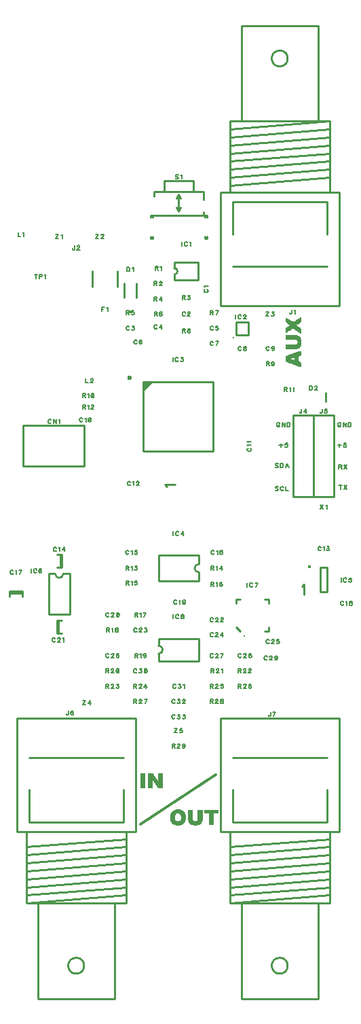
<source format=gto>
G04 DipTrace 2.4.0.2*
%INtsunami.frontsilk.gto*%
%MOIN*%
%ADD10C,0.0098*%
%ADD12C,0.003*%
%ADD18C,0.0157*%
%ADD24C,0.006*%
%ADD26C,0.012*%
%ADD38C,0.0125*%
%ADD41C,0.0236*%
%ADD45C,0.0154*%
%ADD140C,0.0109*%
%FSLAX44Y44*%
G04*
G70*
G90*
G75*
G01*
%LNTopSilk*%
%LPD*%
X7992Y17615D2*
D10*
Y16986D1*
X8066Y17615D2*
Y16986D1*
Y17615D2*
X7831D1*
X8066Y16986D2*
X7831D1*
X5509Y15719D2*
X6138D1*
X5509Y15793D2*
X6138D1*
X5509D2*
Y15558D1*
X6138Y15793D2*
Y15558D1*
X7905Y13736D2*
Y14365D1*
X7831Y13736D2*
Y14365D1*
Y13736D2*
X8066D1*
X7831Y14365D2*
X8066D1*
X9187Y21937D2*
X6187D1*
Y23937D1*
X9187D1*
Y21937D1*
X11122Y30208D2*
Y30916D1*
X11752Y30208D2*
Y30916D1*
D18*
X11437Y29519D3*
X21028Y25529D2*
D10*
Y25096D1*
X9557Y31505D2*
Y30755D1*
X10817Y31505D2*
Y30755D1*
X13596Y31066D2*
X14778D1*
X13596Y31933D2*
X14778D1*
Y31066D2*
Y31933D1*
X13596Y31066D2*
Y31342D1*
Y31657D2*
Y31933D1*
Y31342D2*
G03X13596Y31657I0J158D01*
G01*
X17252Y28372D2*
X16622D1*
Y29002D1*
X17252D1*
Y28372D1*
D38*
X16500Y28249D3*
X12067Y26084D2*
D10*
X15492D1*
Y22660D1*
X12067D1*
Y26084D1*
D41*
X11417Y26262D3*
G36*
X12075Y26069D2*
X12449Y26061D1*
X12075Y26069D1*
G37*
G36*
X12126Y26104D2*
X12598D1*
X12047Y25553D1*
X12126Y26104D1*
G37*
X14796Y17567D2*
D10*
X12828D1*
X14796Y16307D2*
X12828D1*
Y17567D2*
Y16307D1*
X14796Y17567D2*
Y17134D1*
Y16740D2*
Y16307D1*
Y17134D2*
G03X14796Y16740I0J-197D01*
G01*
D45*
X20239Y17012D3*
X20780Y16959D2*
D10*
Y15778D1*
X21095Y16959D2*
Y15778D1*
X20780D2*
X21095D1*
X20780Y16959D2*
X21095D1*
X7436Y16660D2*
Y14691D1*
X8460Y16660D2*
Y14691D1*
X7436D2*
X8460D1*
X7751Y16660D2*
X7436D1*
X8145D2*
X8460D1*
X7751D2*
G03X8145Y16660I197J0D01*
G01*
X16846Y13837D2*
X16650Y14034D1*
X18224Y13837D2*
Y14034D1*
Y13837D2*
X18027D1*
X18224Y15215D2*
Y15412D1*
X18027D1*
X16650D2*
X16847D1*
X16650D2*
Y15215D1*
X17041Y13606D3*
X12828Y12386D2*
X14796D1*
X12828Y13488D2*
X14796D1*
Y12386D2*
Y13488D1*
X12828Y12386D2*
Y12740D1*
Y13134D2*
Y13488D1*
Y12740D2*
G03X12828Y13134I0J197D01*
G01*
X18780Y41548D2*
G02X18780Y41548I0J392D01*
G01*
X15866Y29814D2*
X21693D1*
X15866Y35365D2*
Y29814D1*
Y35365D2*
X16321D1*
Y38869D2*
Y35365D1*
Y38869D2*
X16892D1*
Y43554D2*
Y38869D1*
Y43554D2*
X20667D1*
Y38869D1*
X21238D1*
Y35365D1*
X21693D1*
Y29814D1*
X16321Y35365D2*
X21238D1*
X16892Y38869D2*
X20667D1*
X21238D2*
X16321Y38470D1*
X21238D2*
X16321Y38086D1*
X21238D2*
X16321Y37687D1*
X21238D2*
X16321Y37289D1*
X21238D2*
X16321Y36904D1*
X21238D2*
X16321Y36505D1*
X21238D2*
X16321Y36107D1*
X21238D2*
X16321Y35722D1*
X16455Y34898D2*
X21104D1*
Y33312D1*
X16455Y31738D2*
X21104D1*
X16455Y34898D2*
Y33312D1*
X15866Y35365D2*
X16321D1*
X15866D2*
Y29814D1*
X21693D1*
Y35365D2*
Y29814D1*
X21238Y35365D2*
X21693D1*
X16321Y38869D2*
X16892D1*
X16321D2*
Y35365D1*
X21238D1*
Y38869D2*
Y35365D1*
X20667Y38869D2*
X21238D1*
X20667Y43554D2*
Y38869D1*
X16892D2*
X20667D1*
X16892Y43554D2*
Y38869D1*
Y43554D2*
X20667D1*
X19437Y20437D2*
X20437D1*
X19437Y24437D2*
Y20437D1*
X20437Y24437D2*
Y20437D1*
X19437Y24437D2*
X20437D1*
Y20437D2*
X21437D1*
X20437Y24437D2*
Y20437D1*
X21437Y24437D2*
Y20437D1*
X20437Y24437D2*
X21437D1*
X8780Y-2174D2*
G02X8780Y-2174I0J-392D01*
G01*
X11693Y9560D2*
X5866D1*
X11693Y4009D2*
Y9560D1*
Y4009D2*
X11238D1*
Y505D2*
Y4009D1*
Y505D2*
X10667D1*
Y-4180D2*
Y505D1*
Y-4180D2*
X6892D1*
Y505D1*
X6321D1*
Y4009D1*
X5866D1*
Y9560D1*
X11238Y4009D2*
X6321D1*
X10667Y505D2*
X6892D1*
X6321D2*
X11238Y904D1*
X6321D2*
X11238Y1288D1*
X6321D2*
X11238Y1687D1*
X6321D2*
X11238Y2085D1*
X6321D2*
X11238Y2470D1*
X6321D2*
X11238Y2869D1*
X6321D2*
X11238Y3267D1*
X6321D2*
X11238Y3652D1*
X11104Y4476D2*
X6455D1*
Y6062D1*
X11104Y7636D2*
X6455D1*
X11104Y4476D2*
Y6062D1*
X11693Y4009D2*
X11238D1*
X11693D2*
Y9560D1*
X5866D1*
Y4009D2*
Y9560D1*
X6321Y4009D2*
X5866D1*
X11238Y505D2*
X10667D1*
X11238D2*
Y4009D1*
X6321D1*
Y505D2*
Y4009D1*
X6892Y505D2*
X6321D1*
X6892Y-4180D2*
Y505D1*
X10667D2*
X6892D1*
X10667Y-4180D2*
Y505D1*
Y-4180D2*
X6892D1*
X18780Y-2174D2*
G02X18780Y-2174I0J-392D01*
G01*
X21693Y9560D2*
X15866D1*
X21693Y4009D2*
Y9560D1*
Y4009D2*
X21238D1*
Y505D2*
Y4009D1*
Y505D2*
X20667D1*
Y-4180D2*
Y505D1*
Y-4180D2*
X16892D1*
Y505D1*
X16321D1*
Y4009D1*
X15866D1*
Y9560D1*
X21238Y4009D2*
X16321D1*
X20667Y505D2*
X16892D1*
X16321D2*
X21238Y904D1*
X16321D2*
X21238Y1288D1*
X16321D2*
X21238Y1687D1*
X16321D2*
X21238Y2085D1*
X16321D2*
X21238Y2470D1*
X16321D2*
X21238Y2869D1*
X16321D2*
X21238Y3267D1*
X16321D2*
X21238Y3652D1*
X21104Y4476D2*
X16455D1*
Y6062D1*
X21104Y7636D2*
X16455D1*
X21104Y4476D2*
Y6062D1*
X21693Y4009D2*
X21238D1*
X21693D2*
Y9560D1*
X15866D1*
Y4009D2*
Y9560D1*
X16321Y4009D2*
X15866D1*
X21238Y505D2*
X20667D1*
X21238D2*
Y4009D1*
X16321D1*
Y505D2*
Y4009D1*
X16892Y505D2*
X16321D1*
X16892Y-4180D2*
Y505D1*
X20667D2*
X16892D1*
X20667Y-4180D2*
Y505D1*
Y-4180D2*
X16892D1*
X15190Y33112D2*
Y33211D1*
Y34136D2*
Y34234D1*
Y33112D2*
X15091D1*
Y33211D1*
X12591Y35415D2*
X15033D1*
X12434Y33112D2*
Y33211D1*
Y33112D2*
X12533D1*
Y33211D1*
X12434Y34136D2*
Y34234D1*
X15033Y35415D2*
Y35002D1*
Y34392D2*
Y34234D1*
X15190D1*
X12434D2*
X12591D1*
Y35169D2*
Y35415D1*
X12533Y34136D2*
Y34215D1*
X15091Y34136D2*
Y34215D1*
X12591Y34234D2*
X15033D1*
X13104Y35927D2*
X14521D1*
Y35415D1*
X13104Y35907D2*
Y35415D1*
X13812Y35228D2*
Y34461D1*
Y34441D2*
X13714Y34638D1*
X13812Y34441D2*
X13910Y34638D1*
X13812Y35287D2*
X13714Y35071D1*
X13812Y35287D2*
X13910Y35071D1*
X15626Y6812D2*
D26*
X11938Y4375D1*
X11935Y6891D2*
D12*
X12145D1*
X12309D2*
X12504D1*
X12803D2*
X12997D1*
X11935Y6876D2*
X12145D1*
X12309D2*
X12513D1*
X12803D2*
X12997D1*
X11935Y6861D2*
X12145D1*
X12309D2*
X12523D1*
X12803D2*
X12997D1*
X11935Y6846D2*
X12145D1*
X12309D2*
X12534D1*
X12803D2*
X12997D1*
X11935Y6831D2*
X12145D1*
X12309D2*
X12543D1*
X12803D2*
X12997D1*
X11935Y6816D2*
X12145D1*
X12309D2*
X12553D1*
X12803D2*
X12997D1*
X11935Y6801D2*
X12145D1*
X12309D2*
X12564D1*
X12803D2*
X12997D1*
X11935Y6786D2*
X12145D1*
X12309D2*
X12573D1*
X12803D2*
X12997D1*
X11935Y6771D2*
X12145D1*
X12309D2*
X12583D1*
X12803D2*
X12997D1*
X11935Y6756D2*
X12145D1*
X12309D2*
X12593D1*
X12803D2*
X12997D1*
X11935Y6741D2*
X12145D1*
X12309D2*
X12603D1*
X12803D2*
X12997D1*
X11935Y6726D2*
X12145D1*
X12309D2*
X12613D1*
X12803D2*
X12997D1*
X11935Y6711D2*
X12145D1*
X12309D2*
X12623D1*
X12803D2*
X12997D1*
X11935Y6696D2*
X12145D1*
X12309D2*
X12633D1*
X12803D2*
X12997D1*
X11935Y6681D2*
X12145D1*
X12309D2*
X12643D1*
X12803D2*
X12997D1*
X11935Y6666D2*
X12145D1*
X12309D2*
X12653D1*
X12803D2*
X12997D1*
X11935Y6652D2*
X12145D1*
X12309D2*
X12663D1*
X12803D2*
X12997D1*
X11935Y6637D2*
X12145D1*
X12309D2*
X12673D1*
X12803D2*
X12997D1*
X11935Y6622D2*
X12145D1*
X12309D2*
X12683D1*
X12803D2*
X12997D1*
X11935Y6607D2*
X12145D1*
X12309D2*
X12693D1*
X12803D2*
X12997D1*
X11935Y6592D2*
X12145D1*
X12309D2*
X12703D1*
X12803D2*
X12997D1*
X11935Y6577D2*
X12145D1*
X12309D2*
X12504D1*
X12536D2*
X12713D1*
X12803D2*
X12997D1*
X11935Y6562D2*
X12145D1*
X12309D2*
X12504D1*
X12542D2*
X12723D1*
X12803D2*
X12997D1*
X11935Y6547D2*
X12145D1*
X12309D2*
X12504D1*
X12550D2*
X12733D1*
X12803D2*
X12997D1*
X11935Y6532D2*
X12145D1*
X12309D2*
X12504D1*
X12559D2*
X12745D1*
X12803D2*
X12997D1*
X11935Y6517D2*
X12145D1*
X12309D2*
X12504D1*
X12569D2*
X12757D1*
X12802D2*
X12997D1*
X11935Y6502D2*
X12145D1*
X12309D2*
X12504D1*
X12579D2*
X12767D1*
X12800D2*
X12997D1*
X11935Y6487D2*
X12145D1*
X12309D2*
X12504D1*
X12588D2*
X12777D1*
X12795D2*
X12997D1*
X11935Y6472D2*
X12145D1*
X12309D2*
X12504D1*
X12598D2*
X12997D1*
X11935Y6457D2*
X12145D1*
X12309D2*
X12504D1*
X12608D2*
X12997D1*
X11935Y6442D2*
X12145D1*
X12309D2*
X12504D1*
X12618D2*
X12997D1*
X11935Y6427D2*
X12145D1*
X12309D2*
X12504D1*
X12628D2*
X12997D1*
X11935Y6412D2*
X12145D1*
X12309D2*
X12504D1*
X12638D2*
X12997D1*
X11935Y6397D2*
X12145D1*
X12309D2*
X12504D1*
X12648D2*
X12997D1*
X11935Y6382D2*
X12145D1*
X12309D2*
X12504D1*
X12658D2*
X12997D1*
X11935Y6367D2*
X12145D1*
X12309D2*
X12504D1*
X12668D2*
X12997D1*
X11935Y6352D2*
X12145D1*
X12309D2*
X12504D1*
X12678D2*
X12997D1*
X11935Y6337D2*
X12145D1*
X12309D2*
X12504D1*
X12688D2*
X12997D1*
X11935Y6322D2*
X12145D1*
X12309D2*
X12504D1*
X12698D2*
X12997D1*
X11935Y6307D2*
X12145D1*
X12309D2*
X12504D1*
X12708D2*
X12997D1*
X11935Y6292D2*
X12145D1*
X12309D2*
X12504D1*
X12718D2*
X12997D1*
X11935Y6277D2*
X12145D1*
X12309D2*
X12504D1*
X12728D2*
X12997D1*
X11935Y6263D2*
X12145D1*
X12309D2*
X12504D1*
X12738D2*
X12997D1*
X11935Y6248D2*
X12145D1*
X12309D2*
X12504D1*
X12748D2*
X12997D1*
X11935Y6233D2*
X12145D1*
X12309D2*
X12504D1*
X12758D2*
X12997D1*
X11935Y6218D2*
X12145D1*
X12309D2*
X12504D1*
X12768D2*
X12997D1*
X11935Y6203D2*
X12145D1*
X12309D2*
X12504D1*
X12778D2*
X12997D1*
X11935Y6188D2*
X12145D1*
X12309D2*
X12504D1*
X12790D2*
X12997D1*
X11935Y6173D2*
X12145D1*
X12309D2*
X12504D1*
X12803D2*
X12997D1*
X13690Y5093D2*
X13839D1*
X13641Y5078D2*
X13888D1*
X14273D2*
X14483D1*
X14752D2*
X14961D1*
X15081D2*
X15739D1*
X13600Y5063D2*
X13930D1*
X14273D2*
X14483D1*
X14752D2*
X14961D1*
X15081D2*
X15739D1*
X13567Y5048D2*
X13965D1*
X14273D2*
X14483D1*
X14752D2*
X14961D1*
X15081D2*
X15739D1*
X13540Y5033D2*
X13992D1*
X14273D2*
X14483D1*
X14752D2*
X14961D1*
X15081D2*
X15739D1*
X13518Y5018D2*
X14014D1*
X14273D2*
X14483D1*
X14752D2*
X14961D1*
X15081D2*
X15739D1*
X13499Y5003D2*
X14032D1*
X14273D2*
X14483D1*
X14752D2*
X14961D1*
X15081D2*
X15739D1*
X13484Y4988D2*
X14047D1*
X14273D2*
X14483D1*
X14752D2*
X14961D1*
X15081D2*
X15739D1*
X13472Y4973D2*
X14061D1*
X14273D2*
X14483D1*
X14752D2*
X14961D1*
X15081D2*
X15739D1*
X13461Y4959D2*
X14072D1*
X14273D2*
X14483D1*
X14752D2*
X14961D1*
X15081D2*
X15739D1*
X13450Y4944D2*
X14081D1*
X14273D2*
X14483D1*
X14752D2*
X14961D1*
X15081D2*
X15739D1*
X13441Y4929D2*
X13707D1*
X13821D2*
X14089D1*
X14273D2*
X14483D1*
X14752D2*
X14961D1*
X15081D2*
X15739D1*
X13433Y4914D2*
X13684D1*
X13845D2*
X14097D1*
X14273D2*
X14483D1*
X14752D2*
X14961D1*
X15305D2*
X15515D1*
X13426Y4899D2*
X13664D1*
X13865D2*
X14103D1*
X14273D2*
X14483D1*
X14752D2*
X14961D1*
X15305D2*
X15515D1*
X13421Y4884D2*
X13647D1*
X13882D2*
X14108D1*
X14273D2*
X14483D1*
X14752D2*
X14961D1*
X15305D2*
X15515D1*
X13416Y4869D2*
X13633D1*
X13895D2*
X14113D1*
X14273D2*
X14483D1*
X14752D2*
X14961D1*
X15305D2*
X15515D1*
X13411Y4854D2*
X13624D1*
X13905D2*
X14118D1*
X14273D2*
X14483D1*
X14752D2*
X14961D1*
X15305D2*
X15515D1*
X13407Y4839D2*
X13617D1*
X13912D2*
X14121D1*
X14273D2*
X14483D1*
X14752D2*
X14961D1*
X15305D2*
X15515D1*
X13404Y4824D2*
X13610D1*
X13918D2*
X14125D1*
X14273D2*
X14483D1*
X14752D2*
X14961D1*
X15305D2*
X15515D1*
X13400Y4809D2*
X13606D1*
X13923D2*
X14129D1*
X14273D2*
X14483D1*
X14752D2*
X14961D1*
X15305D2*
X15515D1*
X13396Y4794D2*
X13603D1*
X13926D2*
X14133D1*
X14273D2*
X14483D1*
X14752D2*
X14961D1*
X15305D2*
X15515D1*
X13393Y4779D2*
X13601D1*
X13928D2*
X14136D1*
X14273D2*
X14483D1*
X14752D2*
X14961D1*
X15305D2*
X15515D1*
X13391Y4764D2*
X13600D1*
X13929D2*
X14137D1*
X14273D2*
X14483D1*
X14752D2*
X14961D1*
X15305D2*
X15515D1*
X13391Y4749D2*
X13600D1*
X13929D2*
X14138D1*
X14273D2*
X14483D1*
X14752D2*
X14961D1*
X15305D2*
X15515D1*
X13391Y4734D2*
X13600D1*
X13929D2*
X14138D1*
X14273D2*
X14483D1*
X14752D2*
X14961D1*
X15305D2*
X15515D1*
X13390Y4719D2*
X13600D1*
X13929D2*
X14138D1*
X14273D2*
X14483D1*
X14752D2*
X14961D1*
X15305D2*
X15515D1*
X13390Y4704D2*
X13600D1*
X13929D2*
X14138D1*
X14273D2*
X14483D1*
X14752D2*
X14961D1*
X15305D2*
X15515D1*
X13390Y4689D2*
X13600D1*
X13929D2*
X14138D1*
X14273D2*
X14483D1*
X14752D2*
X14961D1*
X15305D2*
X15515D1*
X13391Y4674D2*
X13600D1*
X13929D2*
X14136D1*
X14273D2*
X14483D1*
X14752D2*
X14961D1*
X15305D2*
X15515D1*
X13393Y4659D2*
X13600D1*
X13928D2*
X14132D1*
X14273D2*
X14483D1*
X14752D2*
X14961D1*
X15305D2*
X15515D1*
X13396Y4644D2*
X13602D1*
X13926D2*
X14129D1*
X14273D2*
X14483D1*
X14752D2*
X14961D1*
X15305D2*
X15515D1*
X13400Y4629D2*
X13606D1*
X13923D2*
X14126D1*
X14274D2*
X14483D1*
X14752D2*
X14961D1*
X15305D2*
X15515D1*
X13403Y4614D2*
X13610D1*
X13918D2*
X14124D1*
X14276D2*
X14483D1*
X14751D2*
X14961D1*
X15305D2*
X15515D1*
X13407Y4599D2*
X13615D1*
X13914D2*
X14121D1*
X14279D2*
X14485D1*
X14749D2*
X14959D1*
X15305D2*
X15515D1*
X13411Y4584D2*
X13623D1*
X13908D2*
X14117D1*
X14283D2*
X14489D1*
X14745D2*
X14955D1*
X15305D2*
X15515D1*
X13416Y4570D2*
X13634D1*
X13901D2*
X14113D1*
X14286D2*
X14496D1*
X14739D2*
X14951D1*
X15305D2*
X15515D1*
X13420Y4555D2*
X13647D1*
X13891D2*
X14108D1*
X14289D2*
X14505D1*
X14729D2*
X14946D1*
X15305D2*
X15515D1*
X13426Y4540D2*
X13668D1*
X13868D2*
X14103D1*
X14294D2*
X14518D1*
X14716D2*
X14941D1*
X15305D2*
X15515D1*
X13433Y4525D2*
X13705D1*
X13828D2*
X14096D1*
X14298D2*
X14557D1*
X14677D2*
X14936D1*
X15305D2*
X15515D1*
X13441Y4510D2*
X13765D1*
X13766D2*
X14089D1*
X14303D2*
X14618D1*
X14617D2*
X14931D1*
X15305D2*
X15515D1*
X13451Y4495D2*
X14082D1*
X14309D2*
X14926D1*
X15305D2*
X15515D1*
X13460Y4480D2*
X14072D1*
X14316D2*
X14919D1*
X15305D2*
X15515D1*
X13471Y4465D2*
X14061D1*
X14325D2*
X14910D1*
X15305D2*
X15515D1*
X13483Y4450D2*
X14047D1*
X14336D2*
X14898D1*
X15305D2*
X15515D1*
X13497Y4435D2*
X14033D1*
X14349D2*
X14885D1*
X15305D2*
X15515D1*
X13514Y4420D2*
X14015D1*
X14364D2*
X14870D1*
X15305D2*
X15515D1*
X13535Y4405D2*
X13994D1*
X14382D2*
X14853D1*
X15305D2*
X15515D1*
X13564Y4390D2*
X13968D1*
X14406D2*
X14829D1*
X15305D2*
X15515D1*
X13602Y4375D2*
X13933D1*
X14442D2*
X14795D1*
X15305D2*
X15515D1*
X13650Y4360D2*
X13889D1*
X14489D2*
X14753D1*
X15305D2*
X15515D1*
X13705Y4345D2*
X13839D1*
X14542D2*
X14707D1*
X19779Y29236D2*
X19794D1*
X19076Y29221D2*
X19091D1*
X19755D2*
X19794D1*
X19076Y29206D2*
X19115D1*
X19732D2*
X19794D1*
X19076Y29191D2*
X19139D1*
X19709D2*
X19794D1*
X19076Y29176D2*
X19162D1*
X19686D2*
X19794D1*
X19076Y29161D2*
X19184D1*
X19663D2*
X19794D1*
X19076Y29146D2*
X19207D1*
X19641D2*
X19794D1*
X19076Y29131D2*
X19229D1*
X19618D2*
X19794D1*
X19076Y29116D2*
X19252D1*
X19596D2*
X19794D1*
X19076Y29101D2*
X19274D1*
X19573D2*
X19794D1*
X19076Y29086D2*
X19297D1*
X19549D2*
X19794D1*
X19076Y29071D2*
X19321D1*
X19524D2*
X19794D1*
X19076Y29056D2*
X19347D1*
X19498D2*
X19794D1*
X19077Y29041D2*
X19376D1*
X19466D2*
X19791D1*
X19078Y29026D2*
X19411D1*
X19424D2*
X19786D1*
X19088Y29011D2*
X19773D1*
X19102Y28996D2*
X19756D1*
X19121Y28982D2*
X19736D1*
X19143Y28967D2*
X19715D1*
X19167Y28952D2*
X19693D1*
X19191Y28937D2*
X19671D1*
X19216Y28922D2*
X19648D1*
X19240Y28907D2*
X19626D1*
X19263Y28892D2*
X19603D1*
X19282Y28877D2*
X19579D1*
X19301Y28862D2*
X19555D1*
X19273Y28847D2*
X19579D1*
X19247Y28832D2*
X19603D1*
X19221Y28817D2*
X19626D1*
X19196Y28802D2*
X19648D1*
X19171Y28787D2*
X19671D1*
X19146Y28772D2*
X19693D1*
X19122Y28757D2*
X19716D1*
X19102Y28742D2*
X19738D1*
X19087Y28727D2*
X19757D1*
X19081Y28712D2*
X19388D1*
X19433D2*
X19773D1*
X19078Y28697D2*
X19369D1*
X19459D2*
X19786D1*
X19077Y28682D2*
X19348D1*
X19483D2*
X19790D1*
X19076Y28667D2*
X19326D1*
X19506D2*
X19792D1*
X19076Y28652D2*
X19304D1*
X19529D2*
X19794D1*
X19076Y28637D2*
X19280D1*
X19551D2*
X19794D1*
X19076Y28622D2*
X19255D1*
X19574D2*
X19794D1*
X19076Y28607D2*
X19231D1*
X19596D2*
X19794D1*
X19076Y28593D2*
X19208D1*
X19618D2*
X19794D1*
X19076Y28578D2*
X19185D1*
X19641D2*
X19794D1*
X19076Y28563D2*
X19162D1*
X19663D2*
X19794D1*
X19076Y28548D2*
X19139D1*
X19686D2*
X19794D1*
X19076Y28533D2*
X19116D1*
X19708D2*
X19794D1*
X19076Y28518D2*
X19091D1*
X19731D2*
X19794D1*
X19755Y28503D2*
X19794D1*
X19779Y28488D2*
X19794D1*
X19076Y28383D2*
X19570D1*
X19076Y28368D2*
X19611D1*
X19076Y28353D2*
X19647D1*
X19076Y28338D2*
X19676D1*
X19076Y28323D2*
X19699D1*
X19076Y28308D2*
X19717D1*
X19076Y28293D2*
X19733D1*
X19076Y28278D2*
X19747D1*
X19076Y28263D2*
X19758D1*
X19076Y28248D2*
X19766D1*
X19076Y28233D2*
X19773D1*
X19076Y28219D2*
X19779D1*
X19076Y28204D2*
X19784D1*
X19076Y28189D2*
X19789D1*
X19076Y28174D2*
X19792D1*
X19582Y28159D2*
X19796D1*
X19605Y28144D2*
X19800D1*
X19623Y28129D2*
X19804D1*
X19636Y28114D2*
X19807D1*
X19646Y28099D2*
X19808D1*
X19653Y28084D2*
X19809D1*
X19656Y28069D2*
X19809D1*
X19658Y28054D2*
X19809D1*
X19659Y28039D2*
X19809D1*
X19659Y28024D2*
X19809D1*
X19657Y28009D2*
X19809D1*
X19653Y27994D2*
X19807D1*
X19647Y27979D2*
X19803D1*
X19637Y27964D2*
X19799D1*
X19623Y27949D2*
X19797D1*
X19604Y27934D2*
X19795D1*
X19581Y27919D2*
X19794D1*
X19076Y27904D2*
X19792D1*
X19076Y27889D2*
X19788D1*
X19076Y27874D2*
X19784D1*
X19076Y27859D2*
X19779D1*
X19076Y27845D2*
X19774D1*
X19076Y27830D2*
X19767D1*
X19076Y27815D2*
X19758D1*
X19076Y27800D2*
X19746D1*
X19076Y27785D2*
X19733D1*
X19076Y27770D2*
X19718D1*
X19076Y27755D2*
X19700D1*
X19076Y27740D2*
X19677D1*
X19076Y27725D2*
X19643D1*
X19076Y27710D2*
X19601D1*
X19076Y27695D2*
X19555D1*
X19749Y27590D2*
X19794D1*
X19707Y27575D2*
X19794D1*
X19666Y27560D2*
X19794D1*
X19625Y27545D2*
X19794D1*
X19582Y27530D2*
X19794D1*
X19539Y27515D2*
X19794D1*
X19495Y27500D2*
X19794D1*
X19451Y27485D2*
X19794D1*
X19408Y27470D2*
X19794D1*
X19366Y27456D2*
X19794D1*
X19325Y27441D2*
X19794D1*
X19283Y27426D2*
X19794D1*
X19240Y27411D2*
X19793D1*
X19196Y27396D2*
X19790D1*
X19155Y27381D2*
X19772D1*
X19122Y27366D2*
X19745D1*
X19095Y27351D2*
X19717D1*
X19084Y27336D2*
X19693D1*
X19080Y27321D2*
X19682D1*
X19078Y27306D2*
X19678D1*
X19077Y27291D2*
X19478D1*
X19510D2*
X19676D1*
X19076Y27276D2*
X19429D1*
X19510D2*
X19675D1*
X19076Y27261D2*
X19381D1*
X19510D2*
X19675D1*
X19076Y27246D2*
X19336D1*
X19510D2*
X19675D1*
X19076Y27231D2*
X19295D1*
X19510D2*
X19675D1*
X19076Y27216D2*
X19256D1*
X19510D2*
X19675D1*
X19076Y27201D2*
X19300D1*
X19510D2*
X19675D1*
X19076Y27186D2*
X19349D1*
X19508D2*
X19675D1*
X19076Y27171D2*
X19407D1*
X19504D2*
X19675D1*
X19076Y27156D2*
X19478D1*
X19487D2*
X19675D1*
X19076Y27141D2*
X19675D1*
X19076Y27126D2*
X19676D1*
X19078Y27111D2*
X19679D1*
X19080Y27096D2*
X19697D1*
X19094Y27082D2*
X19724D1*
X19123Y27067D2*
X19751D1*
X19158Y27052D2*
X19776D1*
X19199Y27037D2*
X19787D1*
X19241Y27022D2*
X19791D1*
X19284Y27007D2*
X19793D1*
X19325Y26992D2*
X19794D1*
X19366Y26977D2*
X19794D1*
X19408Y26962D2*
X19794D1*
X19451Y26947D2*
X19794D1*
X19495Y26932D2*
X19794D1*
X19540Y26917D2*
X19794D1*
X19582Y26902D2*
X19794D1*
X19624Y26887D2*
X19794D1*
X19665Y26872D2*
X19794D1*
X19707Y26857D2*
X19794D1*
X19749Y26842D2*
X19794D1*
X11935Y6891D2*
Y6876D1*
Y6861D1*
Y6846D1*
Y6831D1*
Y6816D1*
Y6801D1*
Y6786D1*
Y6771D1*
Y6756D1*
Y6741D1*
Y6726D1*
Y6711D1*
Y6696D1*
Y6681D1*
Y6666D1*
Y6652D1*
Y6637D1*
Y6622D1*
Y6607D1*
Y6592D1*
Y6577D1*
Y6562D1*
Y6547D1*
Y6532D1*
Y6517D1*
Y6502D1*
Y6487D1*
Y6472D1*
Y6457D1*
Y6442D1*
Y6427D1*
Y6412D1*
Y6397D1*
Y6382D1*
Y6367D1*
Y6352D1*
Y6337D1*
Y6322D1*
Y6307D1*
Y6292D1*
Y6277D1*
Y6263D1*
Y6248D1*
Y6233D1*
Y6218D1*
Y6203D1*
Y6188D1*
Y6173D1*
X12145Y6891D2*
Y6876D1*
Y6861D1*
Y6846D1*
Y6831D1*
Y6816D1*
Y6801D1*
Y6786D1*
Y6771D1*
Y6756D1*
Y6741D1*
Y6726D1*
Y6711D1*
Y6696D1*
Y6681D1*
Y6666D1*
Y6652D1*
Y6637D1*
Y6622D1*
Y6607D1*
Y6592D1*
Y6577D1*
Y6562D1*
Y6547D1*
Y6532D1*
Y6517D1*
Y6502D1*
Y6487D1*
Y6472D1*
Y6457D1*
Y6442D1*
Y6427D1*
Y6412D1*
Y6397D1*
Y6382D1*
Y6367D1*
Y6352D1*
Y6337D1*
Y6322D1*
Y6307D1*
Y6292D1*
Y6277D1*
Y6263D1*
Y6248D1*
Y6233D1*
Y6218D1*
Y6203D1*
Y6188D1*
Y6173D1*
X12309Y6891D2*
Y6876D1*
Y6861D1*
Y6846D1*
Y6831D1*
Y6816D1*
Y6801D1*
Y6786D1*
Y6771D1*
Y6756D1*
Y6741D1*
Y6726D1*
Y6711D1*
Y6696D1*
Y6681D1*
Y6666D1*
Y6652D1*
Y6637D1*
Y6622D1*
Y6607D1*
Y6592D1*
Y6577D1*
Y6562D1*
Y6547D1*
Y6532D1*
Y6517D1*
Y6502D1*
Y6487D1*
Y6472D1*
Y6457D1*
Y6442D1*
Y6427D1*
Y6412D1*
Y6397D1*
Y6382D1*
Y6367D1*
Y6352D1*
Y6337D1*
Y6322D1*
Y6307D1*
Y6292D1*
Y6277D1*
Y6263D1*
Y6248D1*
Y6233D1*
Y6218D1*
Y6203D1*
Y6188D1*
Y6173D1*
X12504Y6891D2*
X12513Y6876D1*
X12523Y6861D1*
X12534Y6846D1*
X12543Y6831D1*
X12553Y6816D1*
X12564Y6801D1*
X12573Y6786D1*
X12583Y6771D1*
X12593Y6756D1*
X12603Y6741D1*
X12613Y6726D1*
X12623Y6711D1*
X12633Y6696D1*
X12643Y6681D1*
X12653Y6666D1*
X12663Y6652D1*
X12673Y6637D1*
X12683Y6622D1*
X12693Y6607D1*
X12703Y6592D1*
X12713Y6577D1*
X12723Y6562D1*
X12733Y6547D1*
X12745Y6532D1*
X12757Y6517D1*
X12767Y6502D1*
X12777Y6487D1*
X12788Y6472D1*
X12803Y6891D2*
Y6876D1*
Y6861D1*
Y6846D1*
Y6831D1*
Y6816D1*
Y6801D1*
Y6786D1*
Y6771D1*
Y6756D1*
Y6741D1*
Y6726D1*
Y6711D1*
Y6696D1*
Y6681D1*
Y6666D1*
Y6652D1*
Y6637D1*
Y6622D1*
Y6607D1*
Y6592D1*
Y6577D1*
Y6562D1*
Y6547D1*
Y6532D1*
X12802Y6517D1*
X12800Y6502D1*
X12795Y6487D1*
X12788Y6472D1*
X12997Y6891D2*
Y6876D1*
Y6861D1*
Y6846D1*
Y6831D1*
Y6816D1*
Y6801D1*
Y6786D1*
Y6771D1*
Y6756D1*
Y6741D1*
Y6726D1*
Y6711D1*
Y6696D1*
Y6681D1*
Y6666D1*
Y6652D1*
Y6637D1*
Y6622D1*
Y6607D1*
Y6592D1*
Y6577D1*
Y6562D1*
Y6547D1*
Y6532D1*
Y6517D1*
Y6502D1*
Y6487D1*
Y6472D1*
Y6457D1*
Y6442D1*
Y6427D1*
Y6412D1*
Y6397D1*
Y6382D1*
Y6367D1*
Y6352D1*
Y6337D1*
Y6322D1*
Y6307D1*
Y6292D1*
Y6277D1*
Y6263D1*
Y6248D1*
Y6233D1*
Y6218D1*
Y6203D1*
Y6188D1*
Y6173D1*
X12504Y6592D2*
Y6577D1*
Y6562D1*
Y6547D1*
Y6532D1*
Y6517D1*
Y6502D1*
Y6487D1*
Y6472D1*
Y6457D1*
Y6442D1*
Y6427D1*
Y6412D1*
Y6397D1*
Y6382D1*
Y6367D1*
Y6352D1*
Y6337D1*
Y6322D1*
Y6307D1*
Y6292D1*
Y6277D1*
Y6263D1*
Y6248D1*
Y6233D1*
Y6218D1*
Y6203D1*
Y6188D1*
Y6173D1*
X12534Y6592D2*
X12536Y6577D1*
X12542Y6562D1*
X12550Y6547D1*
X12559Y6532D1*
X12569Y6517D1*
X12579Y6502D1*
X12588Y6487D1*
X12598Y6472D1*
X12608Y6457D1*
X12618Y6442D1*
X12628Y6427D1*
X12638Y6412D1*
X12648Y6397D1*
X12658Y6382D1*
X12668Y6367D1*
X12678Y6352D1*
X12688Y6337D1*
X12698Y6322D1*
X12708Y6307D1*
X12718Y6292D1*
X12728Y6277D1*
X12738Y6263D1*
X12748Y6248D1*
X12758Y6233D1*
X12768Y6218D1*
X12778Y6203D1*
X12790Y6188D1*
X12803Y6173D1*
X13690Y5093D2*
X13641Y5078D1*
X13600Y5063D1*
X13567Y5048D1*
X13540Y5033D1*
X13518Y5018D1*
X13499Y5003D1*
X13484Y4988D1*
X13472Y4973D1*
X13461Y4959D1*
X13450Y4944D1*
X13441Y4929D1*
X13433Y4914D1*
X13426Y4899D1*
X13421Y4884D1*
X13416Y4869D1*
X13411Y4854D1*
X13407Y4839D1*
X13404Y4824D1*
X13400Y4809D1*
X13396Y4794D1*
X13393Y4779D1*
X13391Y4764D1*
Y4749D1*
Y4734D1*
X13390Y4719D1*
Y4704D1*
Y4689D1*
X13391Y4674D1*
X13393Y4659D1*
X13396Y4644D1*
X13400Y4629D1*
X13403Y4614D1*
X13407Y4599D1*
X13411Y4584D1*
X13416Y4570D1*
X13420Y4555D1*
X13426Y4540D1*
X13433Y4525D1*
X13441Y4510D1*
X13451Y4495D1*
X13460Y4480D1*
X13471Y4465D1*
X13483Y4450D1*
X13497Y4435D1*
X13514Y4420D1*
X13535Y4405D1*
X13564Y4390D1*
X13602Y4375D1*
X13650Y4360D1*
X13705Y4345D1*
X13839Y5093D2*
X13888Y5078D1*
X13930Y5063D1*
X13965Y5048D1*
X13992Y5033D1*
X14014Y5018D1*
X14032Y5003D1*
X14047Y4988D1*
X14061Y4973D1*
X14072Y4959D1*
X14081Y4944D1*
X14089Y4929D1*
X14097Y4914D1*
X14103Y4899D1*
X14108Y4884D1*
X14113Y4869D1*
X14118Y4854D1*
X14121Y4839D1*
X14125Y4824D1*
X14129Y4809D1*
X14133Y4794D1*
X14136Y4779D1*
X14137Y4764D1*
X14138Y4749D1*
Y4734D1*
Y4719D1*
Y4704D1*
Y4689D1*
X14136Y4674D1*
X14132Y4659D1*
X14129Y4644D1*
X14126Y4629D1*
X14124Y4614D1*
X14121Y4599D1*
X14117Y4584D1*
X14113Y4570D1*
X14108Y4555D1*
X14103Y4540D1*
X14096Y4525D1*
X14089Y4510D1*
X14082Y4495D1*
X14072Y4480D1*
X14061Y4465D1*
X14047Y4450D1*
X14033Y4435D1*
X14015Y4420D1*
X13994Y4405D1*
X13968Y4390D1*
X13933Y4375D1*
X13889Y4360D1*
X13839Y4345D1*
X14273Y5078D2*
Y5063D1*
Y5048D1*
Y5033D1*
Y5018D1*
Y5003D1*
Y4988D1*
Y4973D1*
Y4959D1*
Y4944D1*
Y4929D1*
Y4914D1*
Y4899D1*
Y4884D1*
Y4869D1*
Y4854D1*
Y4839D1*
Y4824D1*
Y4809D1*
Y4794D1*
Y4779D1*
Y4764D1*
Y4749D1*
Y4734D1*
Y4719D1*
Y4704D1*
Y4689D1*
Y4674D1*
Y4659D1*
Y4644D1*
X14274Y4629D1*
X14276Y4614D1*
X14279Y4599D1*
X14283Y4584D1*
X14286Y4570D1*
X14289Y4555D1*
X14294Y4540D1*
X14298Y4525D1*
X14303Y4510D1*
X14309Y4495D1*
X14316Y4480D1*
X14325Y4465D1*
X14336Y4450D1*
X14349Y4435D1*
X14364Y4420D1*
X14382Y4405D1*
X14406Y4390D1*
X14442Y4375D1*
X14489Y4360D1*
X14542Y4345D1*
X14483Y5078D2*
Y5063D1*
Y5048D1*
Y5033D1*
Y5018D1*
Y5003D1*
Y4988D1*
Y4973D1*
Y4959D1*
Y4944D1*
Y4929D1*
Y4914D1*
Y4899D1*
Y4884D1*
Y4869D1*
Y4854D1*
Y4839D1*
Y4824D1*
Y4809D1*
Y4794D1*
Y4779D1*
Y4764D1*
Y4749D1*
Y4734D1*
Y4719D1*
Y4704D1*
Y4689D1*
Y4674D1*
Y4659D1*
Y4644D1*
Y4629D1*
Y4614D1*
X14485Y4599D1*
X14489Y4584D1*
X14496Y4570D1*
X14505Y4555D1*
X14518Y4540D1*
X14557Y4525D1*
X14618Y4510D1*
X14692Y4495D1*
X14752Y5078D2*
Y5063D1*
Y5048D1*
Y5033D1*
Y5018D1*
Y5003D1*
Y4988D1*
Y4973D1*
Y4959D1*
Y4944D1*
Y4929D1*
Y4914D1*
Y4899D1*
Y4884D1*
Y4869D1*
Y4854D1*
Y4839D1*
Y4824D1*
Y4809D1*
Y4794D1*
Y4779D1*
Y4764D1*
Y4749D1*
Y4734D1*
Y4719D1*
Y4704D1*
Y4689D1*
Y4674D1*
Y4659D1*
Y4644D1*
Y4629D1*
X14751Y4614D1*
X14749Y4599D1*
X14745Y4584D1*
X14739Y4570D1*
X14729Y4555D1*
X14716Y4540D1*
X14677Y4525D1*
X14617Y4510D1*
X14542Y4495D1*
X14961Y5078D2*
Y5063D1*
Y5048D1*
Y5033D1*
Y5018D1*
Y5003D1*
Y4988D1*
Y4973D1*
Y4959D1*
Y4944D1*
Y4929D1*
Y4914D1*
Y4899D1*
Y4884D1*
Y4869D1*
Y4854D1*
Y4839D1*
Y4824D1*
Y4809D1*
Y4794D1*
Y4779D1*
Y4764D1*
Y4749D1*
Y4734D1*
Y4719D1*
Y4704D1*
Y4689D1*
Y4674D1*
Y4659D1*
Y4644D1*
Y4629D1*
Y4614D1*
X14959Y4599D1*
X14955Y4584D1*
X14951Y4570D1*
X14946Y4555D1*
X14941Y4540D1*
X14936Y4525D1*
X14931Y4510D1*
X14926Y4495D1*
X14919Y4480D1*
X14910Y4465D1*
X14898Y4450D1*
X14885Y4435D1*
X14870Y4420D1*
X14853Y4405D1*
X14829Y4390D1*
X14795Y4375D1*
X14753Y4360D1*
X14707Y4345D1*
X15081Y5078D2*
Y5063D1*
Y5048D1*
Y5033D1*
Y5018D1*
Y5003D1*
Y4988D1*
Y4973D1*
Y4959D1*
Y4944D1*
Y4929D1*
X15739Y5078D2*
Y5063D1*
Y5048D1*
Y5033D1*
Y5018D1*
Y5003D1*
Y4988D1*
Y4973D1*
Y4959D1*
Y4944D1*
Y4929D1*
X13734Y4944D2*
X13707Y4929D1*
X13684Y4914D1*
X13664Y4899D1*
X13647Y4884D1*
X13633Y4869D1*
X13624Y4854D1*
X13617Y4839D1*
X13610Y4824D1*
X13606Y4809D1*
X13603Y4794D1*
X13601Y4779D1*
X13600Y4764D1*
Y4749D1*
Y4734D1*
Y4719D1*
Y4704D1*
Y4689D1*
Y4674D1*
Y4659D1*
X13602Y4644D1*
X13606Y4629D1*
X13610Y4614D1*
X13615Y4599D1*
X13623Y4584D1*
X13634Y4570D1*
X13647Y4555D1*
X13668Y4540D1*
X13705Y4525D1*
X13765Y4510D1*
X13839Y4495D1*
X13794Y4944D2*
X13821Y4929D1*
X13845Y4914D1*
X13865Y4899D1*
X13882Y4884D1*
X13895Y4869D1*
X13905Y4854D1*
X13912Y4839D1*
X13918Y4824D1*
X13923Y4809D1*
X13926Y4794D1*
X13928Y4779D1*
X13929Y4764D1*
Y4749D1*
Y4734D1*
Y4719D1*
Y4704D1*
Y4689D1*
Y4674D1*
X13928Y4659D1*
X13926Y4644D1*
X13923Y4629D1*
X13918Y4614D1*
X13914Y4599D1*
X13908Y4584D1*
X13901Y4570D1*
X13891Y4555D1*
X13868Y4540D1*
X13828Y4525D1*
X13766Y4510D1*
X13690Y4495D1*
X15305Y4929D2*
Y4914D1*
Y4899D1*
Y4884D1*
Y4869D1*
Y4854D1*
Y4839D1*
Y4824D1*
Y4809D1*
Y4794D1*
Y4779D1*
Y4764D1*
Y4749D1*
Y4734D1*
Y4719D1*
Y4704D1*
Y4689D1*
Y4674D1*
Y4659D1*
Y4644D1*
Y4629D1*
Y4614D1*
Y4599D1*
Y4584D1*
Y4570D1*
Y4555D1*
Y4540D1*
Y4525D1*
Y4510D1*
Y4495D1*
Y4480D1*
Y4465D1*
Y4450D1*
Y4435D1*
Y4420D1*
Y4405D1*
Y4390D1*
Y4375D1*
Y4360D1*
X15515Y4929D2*
Y4914D1*
Y4899D1*
Y4884D1*
Y4869D1*
Y4854D1*
Y4839D1*
Y4824D1*
Y4809D1*
Y4794D1*
Y4779D1*
Y4764D1*
Y4749D1*
Y4734D1*
Y4719D1*
Y4704D1*
Y4689D1*
Y4674D1*
Y4659D1*
Y4644D1*
Y4629D1*
Y4614D1*
Y4599D1*
Y4584D1*
Y4570D1*
Y4555D1*
Y4540D1*
Y4525D1*
Y4510D1*
Y4495D1*
Y4480D1*
Y4465D1*
Y4450D1*
Y4435D1*
Y4420D1*
Y4405D1*
Y4390D1*
Y4375D1*
Y4360D1*
X19779Y29236D2*
X19755Y29221D1*
X19732Y29206D1*
X19709Y29191D1*
X19686Y29176D1*
X19663Y29161D1*
X19641Y29146D1*
X19618Y29131D1*
X19596Y29116D1*
X19573Y29101D1*
X19549Y29086D1*
X19524Y29071D1*
X19498Y29056D1*
X19466Y29041D1*
X19424Y29026D1*
X19375Y29011D1*
X19794Y29236D2*
Y29221D1*
Y29206D1*
Y29191D1*
Y29176D1*
Y29161D1*
Y29146D1*
Y29131D1*
Y29116D1*
Y29101D1*
Y29086D1*
Y29071D1*
Y29056D1*
X19791Y29041D1*
X19786Y29026D1*
X19773Y29011D1*
X19756Y28996D1*
X19736Y28982D1*
X19715Y28967D1*
X19693Y28952D1*
X19671Y28937D1*
X19648Y28922D1*
X19626Y28907D1*
X19603Y28892D1*
X19579Y28877D1*
X19555Y28862D1*
X19579Y28847D1*
X19603Y28832D1*
X19626Y28817D1*
X19648Y28802D1*
X19671Y28787D1*
X19693Y28772D1*
X19716Y28757D1*
X19738Y28742D1*
X19757Y28727D1*
X19773Y28712D1*
X19786Y28697D1*
X19790Y28682D1*
X19792Y28667D1*
X19794Y28652D1*
Y28637D1*
Y28622D1*
Y28607D1*
Y28593D1*
Y28578D1*
Y28563D1*
Y28548D1*
Y28533D1*
Y28518D1*
Y28503D1*
Y28488D1*
X19076Y29221D2*
Y29206D1*
Y29191D1*
Y29176D1*
Y29161D1*
Y29146D1*
Y29131D1*
Y29116D1*
Y29101D1*
Y29086D1*
Y29071D1*
Y29056D1*
X19077Y29041D1*
X19078Y29026D1*
X19088Y29011D1*
X19102Y28996D1*
X19121Y28982D1*
X19143Y28967D1*
X19167Y28952D1*
X19191Y28937D1*
X19216Y28922D1*
X19240Y28907D1*
X19263Y28892D1*
X19282Y28877D1*
X19301Y28862D1*
X19273Y28847D1*
X19247Y28832D1*
X19221Y28817D1*
X19196Y28802D1*
X19171Y28787D1*
X19146Y28772D1*
X19122Y28757D1*
X19102Y28742D1*
X19087Y28727D1*
X19081Y28712D1*
X19078Y28697D1*
X19077Y28682D1*
X19076Y28667D1*
Y28652D1*
Y28637D1*
Y28622D1*
Y28607D1*
Y28593D1*
Y28578D1*
Y28563D1*
Y28548D1*
Y28533D1*
Y28518D1*
X19091Y29221D2*
X19115Y29206D1*
X19139Y29191D1*
X19162Y29176D1*
X19184Y29161D1*
X19207Y29146D1*
X19229Y29131D1*
X19252Y29116D1*
X19274Y29101D1*
X19297Y29086D1*
X19321Y29071D1*
X19347Y29056D1*
X19376Y29041D1*
X19411Y29026D1*
X19450Y29011D1*
X19405Y28727D2*
X19388Y28712D1*
X19369Y28697D1*
X19348Y28682D1*
X19326Y28667D1*
X19304Y28652D1*
X19280Y28637D1*
X19255Y28622D1*
X19231Y28607D1*
X19208Y28593D1*
X19185Y28578D1*
X19162Y28563D1*
X19139Y28548D1*
X19116Y28533D1*
X19091Y28518D1*
X19405Y28727D2*
X19433Y28712D1*
X19459Y28697D1*
X19483Y28682D1*
X19506Y28667D1*
X19529Y28652D1*
X19551Y28637D1*
X19574Y28622D1*
X19596Y28607D1*
X19618Y28593D1*
X19641Y28578D1*
X19663Y28563D1*
X19686Y28548D1*
X19708Y28533D1*
X19731Y28518D1*
X19755Y28503D1*
X19779Y28488D1*
X19076Y28383D2*
Y28368D1*
Y28353D1*
Y28338D1*
Y28323D1*
Y28308D1*
Y28293D1*
Y28278D1*
Y28263D1*
Y28248D1*
Y28233D1*
Y28219D1*
Y28204D1*
Y28189D1*
Y28174D1*
X19570Y28383D2*
X19611Y28368D1*
X19647Y28353D1*
X19676Y28338D1*
X19699Y28323D1*
X19717Y28308D1*
X19733Y28293D1*
X19747Y28278D1*
X19758Y28263D1*
X19766Y28248D1*
X19773Y28233D1*
X19779Y28219D1*
X19784Y28204D1*
X19789Y28189D1*
X19792Y28174D1*
X19796Y28159D1*
X19800Y28144D1*
X19804Y28129D1*
X19807Y28114D1*
X19808Y28099D1*
X19809Y28084D1*
Y28069D1*
Y28054D1*
Y28039D1*
Y28024D1*
Y28009D1*
X19807Y27994D1*
X19803Y27979D1*
X19799Y27964D1*
X19797Y27949D1*
X19795Y27934D1*
X19794Y27919D1*
X19792Y27904D1*
X19788Y27889D1*
X19784Y27874D1*
X19779Y27859D1*
X19774Y27845D1*
X19767Y27830D1*
X19758Y27815D1*
X19746Y27800D1*
X19733Y27785D1*
X19718Y27770D1*
X19700Y27755D1*
X19677Y27740D1*
X19643Y27725D1*
X19601Y27710D1*
X19555Y27695D1*
Y28174D2*
X19582Y28159D1*
X19605Y28144D1*
X19623Y28129D1*
X19636Y28114D1*
X19646Y28099D1*
X19653Y28084D1*
X19656Y28069D1*
X19658Y28054D1*
X19659Y28039D1*
Y28024D1*
X19657Y28009D1*
X19653Y27994D1*
X19647Y27979D1*
X19637Y27964D1*
X19623Y27949D1*
X19604Y27934D1*
X19581Y27919D1*
X19555Y27904D1*
X19076D2*
Y27889D1*
Y27874D1*
Y27859D1*
Y27845D1*
Y27830D1*
Y27815D1*
Y27800D1*
Y27785D1*
Y27770D1*
Y27755D1*
Y27740D1*
Y27725D1*
Y27710D1*
Y27695D1*
X19749Y27590D2*
X19707Y27575D1*
X19666Y27560D1*
X19625Y27545D1*
X19582Y27530D1*
X19539Y27515D1*
X19495Y27500D1*
X19451Y27485D1*
X19408Y27470D1*
X19366Y27456D1*
X19325Y27441D1*
X19283Y27426D1*
X19240Y27411D1*
X19196Y27396D1*
X19155Y27381D1*
X19122Y27366D1*
X19095Y27351D1*
X19084Y27336D1*
X19080Y27321D1*
X19078Y27306D1*
X19077Y27291D1*
X19076Y27276D1*
Y27261D1*
Y27246D1*
Y27231D1*
Y27216D1*
Y27201D1*
Y27186D1*
Y27171D1*
Y27156D1*
Y27141D1*
Y27126D1*
X19078Y27111D1*
X19080Y27096D1*
X19094Y27082D1*
X19123Y27067D1*
X19158Y27052D1*
X19199Y27037D1*
X19241Y27022D1*
X19284Y27007D1*
X19325Y26992D1*
X19366Y26977D1*
X19408Y26962D1*
X19451Y26947D1*
X19495Y26932D1*
X19540Y26917D1*
X19582Y26902D1*
X19624Y26887D1*
X19665Y26872D1*
X19707Y26857D1*
X19749Y26842D1*
X19794Y27590D2*
Y27575D1*
Y27560D1*
Y27545D1*
Y27530D1*
Y27515D1*
Y27500D1*
Y27485D1*
Y27470D1*
Y27456D1*
Y27441D1*
Y27426D1*
X19793Y27411D1*
X19790Y27396D1*
X19772Y27381D1*
X19745Y27366D1*
X19717Y27351D1*
X19693Y27336D1*
X19682Y27321D1*
X19678Y27306D1*
X19676Y27291D1*
X19675Y27276D1*
Y27261D1*
Y27246D1*
Y27231D1*
Y27216D1*
Y27201D1*
Y27186D1*
Y27171D1*
Y27156D1*
Y27141D1*
X19676Y27126D1*
X19679Y27111D1*
X19697Y27096D1*
X19724Y27082D1*
X19751Y27067D1*
X19776Y27052D1*
X19787Y27037D1*
X19791Y27022D1*
X19793Y27007D1*
X19794Y26992D1*
Y26977D1*
Y26962D1*
Y26947D1*
Y26932D1*
Y26917D1*
Y26902D1*
Y26887D1*
Y26872D1*
Y26857D1*
Y26842D1*
X19525Y27306D2*
X19478Y27291D1*
X19429Y27276D1*
X19381Y27261D1*
X19336Y27246D1*
X19295Y27231D1*
X19256Y27216D1*
X19300Y27201D1*
X19349Y27186D1*
X19407Y27171D1*
X19478Y27156D1*
X19555Y27141D1*
X19510Y27306D2*
Y27291D1*
Y27276D1*
Y27261D1*
Y27246D1*
Y27231D1*
Y27216D1*
Y27201D1*
X19508Y27186D1*
X19504Y27171D1*
X19487Y27156D1*
X19465Y27141D1*
X15105Y30612D2*
D24*
X15086Y30603D1*
X15067Y30584D1*
X15058Y30565D1*
Y30526D1*
X15067Y30507D1*
X15086Y30488D1*
X15105Y30478D1*
X15134Y30469D1*
X15182D1*
X15211Y30478D1*
X15230Y30488D1*
X15249Y30507D1*
X15259Y30526D1*
Y30565D1*
X15249Y30584D1*
X15230Y30603D1*
X15211Y30612D1*
X15096Y30732D2*
X15086Y30752D1*
X15058Y30780D1*
X15259D1*
X14132Y29456D2*
X14122Y29475D1*
X14103Y29494D1*
X14084Y29504D1*
X14046D1*
X14027Y29494D1*
X14008Y29475D1*
X13998Y29456D1*
X13988Y29427D1*
Y29379D1*
X13998Y29351D1*
X14008Y29332D1*
X14027Y29313D1*
X14046Y29303D1*
X14084D1*
X14103Y29313D1*
X14122Y29332D1*
X14132Y29351D1*
X14261Y29456D2*
Y29465D1*
X14271Y29485D1*
X14281Y29494D1*
X14300Y29504D1*
X14338D1*
X14357Y29494D1*
X14367Y29485D1*
X14376Y29465D1*
Y29446D1*
X14367Y29427D1*
X14347Y29399D1*
X14252Y29303D1*
X14386D1*
X11382Y28768D2*
X11372Y28787D1*
X11353Y28807D1*
X11334Y28816D1*
X11296D1*
X11277Y28807D1*
X11258Y28787D1*
X11248Y28768D1*
X11238Y28740D1*
Y28692D1*
X11248Y28663D1*
X11258Y28644D1*
X11277Y28625D1*
X11296Y28615D1*
X11334D1*
X11353Y28625D1*
X11372Y28644D1*
X11382Y28663D1*
X11521Y28816D2*
X11626D1*
X11569Y28740D1*
X11597D1*
X11617Y28730D1*
X11626Y28721D1*
X11636Y28692D1*
Y28673D1*
X11626Y28644D1*
X11607Y28625D1*
X11578Y28615D1*
X11550D1*
X11521Y28625D1*
X11511Y28635D1*
X11502Y28654D1*
X12752Y28831D2*
X12743Y28850D1*
X12723Y28869D1*
X12704Y28879D1*
X12666D1*
X12647Y28869D1*
X12628Y28850D1*
X12618Y28831D1*
X12609Y28802D1*
Y28754D1*
X12618Y28726D1*
X12628Y28707D1*
X12647Y28688D1*
X12666Y28678D1*
X12704D1*
X12723Y28688D1*
X12743Y28707D1*
X12752Y28726D1*
X12968Y28678D2*
Y28879D1*
X12872Y28745D1*
X13015D1*
X15507Y28769D2*
X15497Y28788D1*
X15478Y28807D1*
X15459Y28816D1*
X15421D1*
X15402Y28807D1*
X15383Y28788D1*
X15373Y28769D1*
X15363Y28740D1*
Y28692D1*
X15373Y28663D1*
X15383Y28644D1*
X15402Y28625D1*
X15421Y28615D1*
X15459D1*
X15478Y28625D1*
X15497Y28644D1*
X15507Y28663D1*
X15742Y28816D2*
X15646D1*
X15636Y28730D1*
X15646Y28740D1*
X15675Y28749D1*
X15703D1*
X15732Y28740D1*
X15751Y28721D1*
X15761Y28692D1*
Y28673D1*
X15751Y28644D1*
X15732Y28625D1*
X15703Y28615D1*
X15675D1*
X15646Y28625D1*
X15636Y28635D1*
X15627Y28654D1*
X11762Y28083D2*
X11752Y28102D1*
X11733Y28122D1*
X11714Y28131D1*
X11676D1*
X11656Y28122D1*
X11637Y28102D1*
X11628Y28083D1*
X11618Y28055D1*
Y28007D1*
X11628Y27978D1*
X11637Y27959D1*
X11656Y27940D1*
X11676Y27930D1*
X11714D1*
X11733Y27940D1*
X11752Y27959D1*
X11762Y27978D1*
X11996Y28102D2*
X11987Y28121D1*
X11958Y28131D1*
X11939D1*
X11910Y28121D1*
X11891Y28093D1*
X11882Y28045D1*
Y27997D1*
X11891Y27959D1*
X11910Y27940D1*
X11939Y27930D1*
X11949D1*
X11977Y27940D1*
X11996Y27959D1*
X12006Y27988D1*
Y27997D1*
X11996Y28026D1*
X11977Y28045D1*
X11949Y28054D1*
X11939D1*
X11910Y28045D1*
X11891Y28026D1*
X11882Y27997D1*
X15507Y28019D2*
X15497Y28038D1*
X15478Y28057D1*
X15459Y28066D1*
X15421D1*
X15402Y28057D1*
X15383Y28038D1*
X15373Y28019D1*
X15363Y27990D1*
Y27942D1*
X15373Y27913D1*
X15383Y27894D1*
X15402Y27875D1*
X15421Y27865D1*
X15459D1*
X15478Y27875D1*
X15497Y27894D1*
X15507Y27913D1*
X15665Y27865D2*
X15761Y28066D1*
X15627D1*
X16882Y27769D2*
X16872Y27788D1*
X16853Y27807D1*
X16834Y27816D1*
X16796D1*
X16777Y27807D1*
X16758Y27788D1*
X16748Y27769D1*
X16738Y27740D1*
Y27692D1*
X16748Y27663D1*
X16758Y27644D1*
X16777Y27625D1*
X16796Y27615D1*
X16834D1*
X16853Y27625D1*
X16872Y27644D1*
X16882Y27663D1*
X17050Y27816D2*
X17021Y27807D1*
X17011Y27788D1*
Y27768D1*
X17021Y27749D1*
X17040Y27740D1*
X17078Y27730D1*
X17107Y27721D1*
X17126Y27701D1*
X17136Y27682D1*
Y27654D1*
X17126Y27635D1*
X17117Y27625D1*
X17088Y27615D1*
X17050D1*
X17021Y27625D1*
X17011Y27635D1*
X17002Y27654D1*
Y27682D1*
X17011Y27701D1*
X17031Y27721D1*
X17059Y27730D1*
X17097Y27740D1*
X17117Y27749D1*
X17126Y27768D1*
Y27788D1*
X17117Y27807D1*
X17088Y27816D1*
X17050D1*
X18262Y27769D2*
X18252Y27788D1*
X18233Y27807D1*
X18214Y27816D1*
X18176D1*
X18156Y27807D1*
X18137Y27788D1*
X18128Y27769D1*
X18118Y27740D1*
Y27692D1*
X18128Y27663D1*
X18137Y27644D1*
X18156Y27625D1*
X18176Y27615D1*
X18214D1*
X18233Y27625D1*
X18252Y27644D1*
X18262Y27663D1*
X18506Y27749D2*
X18496Y27721D1*
X18477Y27701D1*
X18449Y27692D1*
X18439D1*
X18410Y27701D1*
X18391Y27721D1*
X18382Y27749D1*
Y27759D1*
X18391Y27788D1*
X18410Y27807D1*
X18439Y27816D1*
X18449D1*
X18477Y27807D1*
X18496Y27788D1*
X18506Y27749D1*
Y27701D1*
X18496Y27654D1*
X18477Y27625D1*
X18449Y27615D1*
X18429D1*
X18401Y27625D1*
X18391Y27644D1*
X9088Y24268D2*
X9079Y24287D1*
X9059Y24307D1*
X9040Y24316D1*
X9002D1*
X8983Y24307D1*
X8964Y24287D1*
X8954Y24268D1*
X8945Y24240D1*
Y24192D1*
X8954Y24163D1*
X8964Y24144D1*
X8983Y24125D1*
X9002Y24115D1*
X9040D1*
X9059Y24125D1*
X9079Y24144D1*
X9088Y24163D1*
X9208Y24278D2*
X9227Y24287D1*
X9256Y24316D1*
Y24115D1*
X9434Y24316D2*
X9405Y24306D1*
X9386Y24278D1*
X9376Y24230D1*
Y24201D1*
X9386Y24154D1*
X9405Y24125D1*
X9434Y24115D1*
X9453D1*
X9481Y24125D1*
X9500Y24154D1*
X9510Y24201D1*
Y24230D1*
X9500Y24278D1*
X9481Y24306D1*
X9453Y24316D1*
X9434D1*
X9500Y24278D2*
X9386Y24154D1*
X17232Y22821D2*
X17213Y22811D1*
X17194Y22792D1*
X17185Y22773D1*
Y22735D1*
X17194Y22715D1*
X17213Y22696D1*
X17232Y22687D1*
X17261Y22677D1*
X17309D1*
X17338Y22687D1*
X17357Y22696D1*
X17376Y22715D1*
X17386Y22735D1*
Y22773D1*
X17376Y22792D1*
X17357Y22811D1*
X17338Y22821D1*
X17223Y22941D2*
X17213Y22960D1*
X17185Y22989D1*
X17386D1*
X17223Y23109D2*
X17213Y23128D1*
X17185Y23156D1*
X17386D1*
X11446Y21145D2*
X11437Y21164D1*
X11418Y21184D1*
X11399Y21193D1*
X11360D1*
X11341Y21184D1*
X11322Y21164D1*
X11312Y21145D1*
X11303Y21117D1*
Y21069D1*
X11312Y21040D1*
X11322Y21021D1*
X11341Y21002D1*
X11360Y20992D1*
X11399D1*
X11418Y21002D1*
X11437Y21021D1*
X11446Y21040D1*
X11566Y21155D2*
X11586Y21164D1*
X11614Y21193D1*
Y20992D1*
X11744Y21145D2*
Y21155D1*
X11754Y21174D1*
X11763Y21183D1*
X11782Y21193D1*
X11821D1*
X11840Y21183D1*
X11849Y21174D1*
X11859Y21155D1*
Y21136D1*
X11849Y21116D1*
X11830Y21088D1*
X11734Y20992D1*
X11868D1*
X20798Y17950D2*
X20788Y17969D1*
X20769Y17988D1*
X20750Y17998D1*
X20712D1*
X20693Y17988D1*
X20674Y17969D1*
X20664Y17950D1*
X20654Y17921D1*
Y17873D1*
X20664Y17845D1*
X20674Y17826D1*
X20693Y17807D1*
X20712Y17797D1*
X20750D1*
X20769Y17807D1*
X20788Y17826D1*
X20798Y17845D1*
X20918Y17959D2*
X20937Y17969D1*
X20966Y17998D1*
Y17797D1*
X21105Y17998D2*
X21210D1*
X21153Y17921D1*
X21181D1*
X21200Y17912D1*
X21210Y17902D1*
X21220Y17873D1*
Y17854D1*
X21210Y17826D1*
X21191Y17806D1*
X21162Y17797D1*
X21134D1*
X21105Y17806D1*
X21095Y17816D1*
X21086Y17835D1*
X7804Y17915D2*
X7795Y17934D1*
X7776Y17953D1*
X7757Y17962D1*
X7718D1*
X7699Y17953D1*
X7680Y17934D1*
X7670Y17915D1*
X7661Y17886D1*
Y17838D1*
X7670Y17809D1*
X7680Y17790D1*
X7699Y17771D1*
X7718Y17762D1*
X7757D1*
X7776Y17771D1*
X7795Y17790D1*
X7804Y17809D1*
X7924Y17924D2*
X7944Y17934D1*
X7972Y17962D1*
Y17762D1*
X8188D2*
Y17962D1*
X8092Y17828D1*
X8236D1*
X11360Y17769D2*
X11351Y17788D1*
X11331Y17807D1*
X11312Y17816D1*
X11274D1*
X11255Y17807D1*
X11236Y17788D1*
X11226Y17769D1*
X11217Y17740D1*
Y17692D1*
X11226Y17663D1*
X11236Y17644D1*
X11255Y17625D1*
X11274Y17615D1*
X11312D1*
X11331Y17625D1*
X11351Y17644D1*
X11360Y17663D1*
X11480Y17778D2*
X11499Y17788D1*
X11528Y17816D1*
Y17615D1*
X11763Y17816D2*
X11667D1*
X11658Y17730D1*
X11667Y17740D1*
X11696Y17749D1*
X11725D1*
X11753Y17740D1*
X11773Y17721D1*
X11782Y17692D1*
Y17673D1*
X11773Y17644D1*
X11753Y17625D1*
X11725Y17615D1*
X11696D1*
X11667Y17625D1*
X11658Y17635D1*
X11648Y17654D1*
X15553Y17769D2*
X15543Y17788D1*
X15524Y17807D1*
X15505Y17816D1*
X15467D1*
X15447Y17807D1*
X15428Y17788D1*
X15419Y17769D1*
X15409Y17740D1*
Y17692D1*
X15419Y17663D1*
X15428Y17644D1*
X15447Y17625D1*
X15467Y17615D1*
X15505D1*
X15524Y17625D1*
X15543Y17644D1*
X15553Y17663D1*
X15673Y17778D2*
X15692Y17788D1*
X15721Y17816D1*
Y17615D1*
X15955Y17788D2*
X15946Y17807D1*
X15917Y17816D1*
X15898D1*
X15869Y17807D1*
X15850Y17778D1*
X15841Y17730D1*
Y17682D1*
X15850Y17644D1*
X15869Y17625D1*
X15898Y17615D1*
X15908D1*
X15936Y17625D1*
X15955Y17644D1*
X15965Y17673D1*
Y17682D1*
X15955Y17711D1*
X15936Y17730D1*
X15908Y17740D1*
X15898D1*
X15869Y17730D1*
X15850Y17711D1*
X15841Y17682D1*
X5684Y16802D2*
X5675Y16821D1*
X5655Y16840D1*
X5636Y16849D1*
X5598D1*
X5579Y16840D1*
X5560Y16821D1*
X5550Y16802D1*
X5541Y16773D1*
Y16725D1*
X5550Y16696D1*
X5560Y16677D1*
X5579Y16658D1*
X5598Y16648D1*
X5636D1*
X5655Y16658D1*
X5675Y16677D1*
X5684Y16696D1*
X5804Y16811D2*
X5823Y16821D1*
X5852Y16849D1*
Y16648D1*
X6010D2*
X6106Y16849D1*
X5972D1*
X21914Y15274D2*
X21904Y15293D1*
X21885Y15312D1*
X21866Y15322D1*
X21828D1*
X21808Y15312D1*
X21789Y15293D1*
X21780Y15274D1*
X21770Y15245D1*
Y15197D1*
X21780Y15169D1*
X21789Y15149D1*
X21808Y15130D1*
X21828Y15121D1*
X21866D1*
X21885Y15130D1*
X21904Y15149D1*
X21914Y15169D1*
X22034Y15283D2*
X22053Y15293D1*
X22082Y15321D1*
Y15121D1*
X22249Y15321D2*
X22221Y15312D1*
X22211Y15293D1*
Y15274D1*
X22221Y15255D1*
X22240Y15245D1*
X22278Y15235D1*
X22307Y15226D1*
X22326Y15207D1*
X22335Y15188D1*
Y15159D1*
X22326Y15140D1*
X22316Y15130D1*
X22288Y15121D1*
X22249D1*
X22221Y15130D1*
X22211Y15140D1*
X22202Y15159D1*
Y15188D1*
X22211Y15207D1*
X22230Y15226D1*
X22259Y15235D1*
X22297Y15245D1*
X22316Y15255D1*
X22326Y15274D1*
Y15293D1*
X22316Y15312D1*
X22288Y15321D1*
X22249D1*
X13718Y15331D2*
X13708Y15350D1*
X13689Y15369D1*
X13670Y15379D1*
X13632D1*
X13613Y15369D1*
X13594Y15350D1*
X13584Y15331D1*
X13574Y15302D1*
Y15254D1*
X13584Y15226D1*
X13594Y15207D1*
X13613Y15188D1*
X13632Y15178D1*
X13670D1*
X13689Y15188D1*
X13708Y15207D1*
X13718Y15226D1*
X13838Y15340D2*
X13857Y15350D1*
X13886Y15379D1*
Y15178D1*
X14130Y15312D2*
X14121Y15283D1*
X14102Y15264D1*
X14073Y15254D1*
X14063D1*
X14035Y15264D1*
X14016Y15283D1*
X14006Y15312D1*
Y15321D1*
X14016Y15350D1*
X14035Y15369D1*
X14063Y15379D1*
X14073D1*
X14102Y15369D1*
X14121Y15350D1*
X14130Y15312D1*
Y15264D1*
X14121Y15216D1*
X14102Y15187D1*
X14073Y15178D1*
X14054D1*
X14025Y15187D1*
X14016Y15207D1*
X10380Y14706D2*
X10370Y14725D1*
X10351Y14744D1*
X10332Y14754D1*
X10294D1*
X10275Y14744D1*
X10256Y14725D1*
X10246Y14706D1*
X10236Y14677D1*
Y14629D1*
X10246Y14601D1*
X10256Y14582D1*
X10275Y14563D1*
X10294Y14553D1*
X10332D1*
X10351Y14563D1*
X10370Y14582D1*
X10380Y14601D1*
X10510Y14706D2*
Y14715D1*
X10519Y14735D1*
X10529Y14744D1*
X10548Y14754D1*
X10586D1*
X10605Y14744D1*
X10615Y14735D1*
X10624Y14715D1*
Y14696D1*
X10615Y14677D1*
X10596Y14649D1*
X10500Y14553D1*
X10634D1*
X10811Y14754D2*
X10782Y14744D1*
X10763Y14715D1*
X10754Y14668D1*
Y14639D1*
X10763Y14591D1*
X10782Y14562D1*
X10811Y14553D1*
X10830D1*
X10859Y14562D1*
X10878Y14591D1*
X10888Y14639D1*
Y14668D1*
X10878Y14715D1*
X10859Y14744D1*
X10830Y14754D1*
X10811D1*
X10878Y14715D2*
X10763Y14591D1*
X7747Y13477D2*
X7737Y13496D1*
X7718Y13515D1*
X7699Y13525D1*
X7661D1*
X7641Y13515D1*
X7622Y13496D1*
X7613Y13477D1*
X7603Y13448D1*
Y13401D1*
X7613Y13372D1*
X7622Y13353D1*
X7641Y13334D1*
X7661Y13324D1*
X7699D1*
X7718Y13334D1*
X7737Y13353D1*
X7747Y13372D1*
X7876Y13477D2*
Y13487D1*
X7886Y13506D1*
X7895Y13515D1*
X7915Y13525D1*
X7953D1*
X7972Y13515D1*
X7981Y13506D1*
X7991Y13487D1*
Y13467D1*
X7981Y13448D1*
X7962Y13420D1*
X7867Y13324D1*
X8001D1*
X8121Y13487D2*
X8140Y13496D1*
X8169Y13525D1*
Y13324D1*
X15505Y14456D2*
X15495Y14475D1*
X15476Y14494D1*
X15457Y14504D1*
X15419D1*
X15400Y14494D1*
X15381Y14475D1*
X15371Y14456D1*
X15361Y14427D1*
Y14379D1*
X15371Y14351D1*
X15381Y14332D1*
X15400Y14313D1*
X15419Y14303D1*
X15457D1*
X15476Y14313D1*
X15495Y14332D1*
X15505Y14351D1*
X15635Y14456D2*
Y14465D1*
X15644Y14485D1*
X15654Y14494D1*
X15673Y14504D1*
X15711D1*
X15730Y14494D1*
X15740Y14485D1*
X15749Y14465D1*
Y14446D1*
X15740Y14427D1*
X15721Y14399D1*
X15625Y14303D1*
X15759D1*
X15888Y14456D2*
Y14465D1*
X15898Y14485D1*
X15907Y14494D1*
X15927Y14504D1*
X15965D1*
X15984Y14494D1*
X15993Y14485D1*
X16003Y14465D1*
Y14446D1*
X15993Y14427D1*
X15974Y14399D1*
X15879Y14303D1*
X16013D1*
X11755Y13956D2*
X11745Y13975D1*
X11726Y13994D1*
X11707Y14004D1*
X11669D1*
X11650Y13994D1*
X11631Y13975D1*
X11621Y13956D1*
X11611Y13927D1*
Y13879D1*
X11621Y13851D1*
X11631Y13832D1*
X11650Y13813D1*
X11669Y13803D1*
X11707D1*
X11726Y13813D1*
X11745Y13832D1*
X11755Y13851D1*
X11885Y13956D2*
Y13965D1*
X11894Y13985D1*
X11904Y13994D1*
X11923Y14004D1*
X11961D1*
X11980Y13994D1*
X11990Y13985D1*
X11999Y13965D1*
Y13946D1*
X11990Y13927D1*
X11971Y13899D1*
X11875Y13803D1*
X12009D1*
X12148Y14004D2*
X12253D1*
X12196Y13927D1*
X12224D1*
X12243Y13918D1*
X12253Y13908D1*
X12263Y13879D1*
Y13860D1*
X12253Y13832D1*
X12234Y13812D1*
X12205Y13803D1*
X12177D1*
X12148Y13812D1*
X12138Y13822D1*
X12129Y13841D1*
X15500Y13728D2*
X15491Y13747D1*
X15471Y13766D1*
X15452Y13776D1*
X15414D1*
X15395Y13766D1*
X15376Y13747D1*
X15366Y13728D1*
X15357Y13699D1*
Y13651D1*
X15366Y13623D1*
X15376Y13604D1*
X15395Y13585D1*
X15414Y13575D1*
X15452D1*
X15471Y13585D1*
X15491Y13604D1*
X15500Y13623D1*
X15630Y13728D2*
Y13737D1*
X15639Y13757D1*
X15649Y13766D1*
X15668Y13776D1*
X15706D1*
X15725Y13766D1*
X15735Y13757D1*
X15744Y13737D1*
Y13718D1*
X15735Y13699D1*
X15716Y13671D1*
X15620Y13575D1*
X15754D1*
X15970D2*
Y13776D1*
X15874Y13642D1*
X16017D1*
X18255Y13394D2*
X18245Y13413D1*
X18226Y13432D1*
X18207Y13441D1*
X18169D1*
X18150Y13432D1*
X18131Y13413D1*
X18121Y13394D1*
X18111Y13365D1*
Y13317D1*
X18121Y13288D1*
X18131Y13269D1*
X18150Y13250D1*
X18169Y13240D1*
X18207D1*
X18226Y13250D1*
X18245Y13269D1*
X18255Y13288D1*
X18385Y13393D2*
Y13403D1*
X18394Y13422D1*
X18404Y13432D1*
X18423Y13441D1*
X18461D1*
X18480Y13432D1*
X18490Y13422D1*
X18499Y13403D1*
Y13384D1*
X18490Y13365D1*
X18471Y13336D1*
X18375Y13240D1*
X18509D1*
X18743Y13441D2*
X18648D1*
X18638Y13355D1*
X18648Y13365D1*
X18677Y13374D1*
X18705D1*
X18734Y13365D1*
X18753Y13346D1*
X18763Y13317D1*
Y13298D1*
X18753Y13269D1*
X18734Y13250D1*
X18705Y13240D1*
X18677D1*
X18648Y13250D1*
X18638Y13260D1*
X18629Y13279D1*
X10385Y12706D2*
X10375Y12725D1*
X10356Y12744D1*
X10337Y12754D1*
X10299D1*
X10279Y12744D1*
X10260Y12725D1*
X10251Y12706D1*
X10241Y12677D1*
Y12629D1*
X10251Y12601D1*
X10260Y12582D1*
X10279Y12563D1*
X10299Y12553D1*
X10337D1*
X10356Y12563D1*
X10375Y12582D1*
X10385Y12601D1*
X10514Y12706D2*
Y12715D1*
X10524Y12735D1*
X10533Y12744D1*
X10553Y12754D1*
X10591D1*
X10610Y12744D1*
X10619Y12735D1*
X10629Y12715D1*
Y12696D1*
X10619Y12677D1*
X10600Y12649D1*
X10505Y12553D1*
X10639D1*
X10873Y12725D2*
X10864Y12744D1*
X10835Y12754D1*
X10816D1*
X10787Y12744D1*
X10768Y12715D1*
X10759Y12668D1*
Y12620D1*
X10768Y12582D1*
X10787Y12562D1*
X10816Y12553D1*
X10826D1*
X10854Y12562D1*
X10873Y12582D1*
X10883Y12610D1*
Y12620D1*
X10873Y12649D1*
X10854Y12668D1*
X10826Y12677D1*
X10816D1*
X10787Y12668D1*
X10768Y12649D1*
X10759Y12620D1*
X15505Y12706D2*
X15495Y12725D1*
X15476Y12744D1*
X15457Y12754D1*
X15419D1*
X15400Y12744D1*
X15381Y12725D1*
X15371Y12706D1*
X15361Y12677D1*
Y12629D1*
X15371Y12601D1*
X15381Y12582D1*
X15400Y12563D1*
X15419Y12553D1*
X15457D1*
X15476Y12563D1*
X15495Y12582D1*
X15505Y12601D1*
X15635Y12706D2*
Y12715D1*
X15644Y12735D1*
X15654Y12744D1*
X15673Y12754D1*
X15711D1*
X15730Y12744D1*
X15740Y12735D1*
X15749Y12715D1*
Y12696D1*
X15740Y12677D1*
X15721Y12649D1*
X15625Y12553D1*
X15759D1*
X15917D2*
X16013Y12754D1*
X15879D1*
X16880Y12706D2*
X16870Y12725D1*
X16851Y12744D1*
X16832Y12754D1*
X16794D1*
X16775Y12744D1*
X16756Y12725D1*
X16746Y12706D1*
X16736Y12677D1*
Y12629D1*
X16746Y12601D1*
X16756Y12582D1*
X16775Y12563D1*
X16794Y12553D1*
X16832D1*
X16851Y12563D1*
X16870Y12582D1*
X16880Y12601D1*
X17010Y12706D2*
Y12715D1*
X17019Y12735D1*
X17029Y12744D1*
X17048Y12754D1*
X17086D1*
X17105Y12744D1*
X17115Y12735D1*
X17124Y12715D1*
Y12696D1*
X17115Y12677D1*
X17096Y12649D1*
X17000Y12553D1*
X17134D1*
X17302Y12754D2*
X17273Y12744D1*
X17263Y12725D1*
Y12706D1*
X17273Y12687D1*
X17292Y12677D1*
X17330Y12668D1*
X17359Y12658D1*
X17378Y12639D1*
X17388Y12620D1*
Y12591D1*
X17378Y12572D1*
X17369Y12562D1*
X17340Y12553D1*
X17302D1*
X17273Y12562D1*
X17263Y12572D1*
X17254Y12591D1*
Y12620D1*
X17263Y12639D1*
X17283Y12658D1*
X17311Y12668D1*
X17349Y12677D1*
X17369Y12687D1*
X17378Y12706D1*
Y12725D1*
X17369Y12744D1*
X17340Y12754D1*
X17302D1*
X18157Y12581D2*
X18147Y12600D1*
X18128Y12619D1*
X18109Y12629D1*
X18071D1*
X18051Y12619D1*
X18032Y12600D1*
X18023Y12581D1*
X18013Y12552D1*
Y12504D1*
X18023Y12476D1*
X18032Y12457D1*
X18051Y12438D1*
X18071Y12428D1*
X18109D1*
X18128Y12438D1*
X18147Y12457D1*
X18157Y12476D1*
X18286Y12581D2*
Y12590D1*
X18296Y12610D1*
X18305Y12619D1*
X18325Y12629D1*
X18363D1*
X18382Y12619D1*
X18391Y12610D1*
X18401Y12590D1*
Y12571D1*
X18391Y12552D1*
X18372Y12524D1*
X18277Y12428D1*
X18411D1*
X18655Y12562D2*
X18645Y12533D1*
X18626Y12514D1*
X18598Y12504D1*
X18588D1*
X18559Y12514D1*
X18540Y12533D1*
X18531Y12562D1*
Y12571D1*
X18540Y12600D1*
X18559Y12619D1*
X18588Y12629D1*
X18598D1*
X18626Y12619D1*
X18645Y12600D1*
X18655Y12562D1*
Y12514D1*
X18645Y12466D1*
X18626Y12437D1*
X18598Y12428D1*
X18579D1*
X18550Y12437D1*
X18540Y12457D1*
X11750Y11956D2*
X11740Y11975D1*
X11721Y11994D1*
X11702Y12004D1*
X11664D1*
X11645Y11994D1*
X11626Y11975D1*
X11616Y11956D1*
X11606Y11927D1*
Y11879D1*
X11616Y11851D1*
X11626Y11832D1*
X11645Y11813D1*
X11664Y11803D1*
X11702D1*
X11721Y11813D1*
X11740Y11832D1*
X11750Y11851D1*
X11889Y12004D2*
X11994D1*
X11937Y11927D1*
X11966D1*
X11985Y11918D1*
X11994Y11908D1*
X12004Y11879D1*
Y11860D1*
X11994Y11832D1*
X11975Y11812D1*
X11946Y11803D1*
X11918D1*
X11889Y11812D1*
X11880Y11822D1*
X11870Y11841D1*
X12181Y12004D2*
X12152Y11994D1*
X12133Y11965D1*
X12124Y11918D1*
Y11889D1*
X12133Y11841D1*
X12152Y11812D1*
X12181Y11803D1*
X12200D1*
X12229Y11812D1*
X12248Y11841D1*
X12258Y11889D1*
Y11918D1*
X12248Y11965D1*
X12229Y11994D1*
X12200Y12004D1*
X12181D1*
X12248Y11965D2*
X12133Y11841D1*
X13673Y11206D2*
X13663Y11225D1*
X13644Y11244D1*
X13625Y11254D1*
X13587D1*
X13568Y11244D1*
X13549Y11225D1*
X13539Y11206D1*
X13529Y11177D1*
Y11129D1*
X13539Y11101D1*
X13549Y11082D1*
X13568Y11063D1*
X13587Y11053D1*
X13625D1*
X13644Y11063D1*
X13663Y11082D1*
X13673Y11101D1*
X13812Y11254D2*
X13917D1*
X13860Y11177D1*
X13889D1*
X13908Y11168D1*
X13917Y11158D1*
X13927Y11129D1*
Y11110D1*
X13917Y11082D1*
X13898Y11062D1*
X13869Y11053D1*
X13841D1*
X13812Y11062D1*
X13803Y11072D1*
X13793Y11091D1*
X14047Y11215D2*
X14066Y11225D1*
X14095Y11254D1*
Y11053D1*
X13630Y10456D2*
X13620Y10475D1*
X13601Y10494D1*
X13582Y10504D1*
X13544D1*
X13525Y10494D1*
X13506Y10475D1*
X13496Y10456D1*
X13486Y10427D1*
Y10379D1*
X13496Y10351D1*
X13506Y10332D1*
X13525Y10313D1*
X13544Y10303D1*
X13582D1*
X13601Y10313D1*
X13620Y10332D1*
X13630Y10351D1*
X13769Y10504D2*
X13874D1*
X13817Y10427D1*
X13846D1*
X13865Y10418D1*
X13874Y10408D1*
X13884Y10379D1*
Y10360D1*
X13874Y10332D1*
X13855Y10312D1*
X13826Y10303D1*
X13798D1*
X13769Y10312D1*
X13760Y10322D1*
X13750Y10341D1*
X14013Y10456D2*
Y10465D1*
X14023Y10485D1*
X14032Y10494D1*
X14052Y10504D1*
X14090D1*
X14109Y10494D1*
X14118Y10485D1*
X14128Y10465D1*
Y10446D1*
X14118Y10427D1*
X14099Y10399D1*
X14004Y10303D1*
X14138D1*
X13630Y9706D2*
X13620Y9725D1*
X13601Y9744D1*
X13582Y9754D1*
X13544D1*
X13525Y9744D1*
X13506Y9725D1*
X13496Y9706D1*
X13486Y9677D1*
Y9629D1*
X13496Y9601D1*
X13506Y9582D1*
X13525Y9563D1*
X13544Y9553D1*
X13582D1*
X13601Y9563D1*
X13620Y9582D1*
X13630Y9601D1*
X13769Y9754D2*
X13874D1*
X13817Y9677D1*
X13846D1*
X13865Y9668D1*
X13874Y9658D1*
X13884Y9629D1*
Y9610D1*
X13874Y9582D1*
X13855Y9562D1*
X13826Y9553D1*
X13798D1*
X13769Y9562D1*
X13760Y9572D1*
X13750Y9591D1*
X14023Y9754D2*
X14128D1*
X14071Y9677D1*
X14099D1*
X14118Y9668D1*
X14128Y9658D1*
X14138Y9629D1*
Y9610D1*
X14128Y9582D1*
X14109Y9562D1*
X14080Y9553D1*
X14052D1*
X14023Y9562D1*
X14013Y9572D1*
X14004Y9591D1*
X7548Y24197D2*
X7538Y24216D1*
X7519Y24235D1*
X7500Y24244D1*
X7462D1*
X7443Y24235D1*
X7424Y24216D1*
X7414Y24197D1*
X7404Y24168D1*
Y24120D1*
X7414Y24091D1*
X7424Y24072D1*
X7443Y24053D1*
X7462Y24044D1*
X7500D1*
X7519Y24053D1*
X7538Y24072D1*
X7548Y24091D1*
X7802Y24244D2*
Y24044D1*
X7668Y24244D1*
Y24044D1*
X7922Y24206D2*
X7941Y24216D1*
X7970Y24244D1*
Y24044D1*
X11286Y31696D2*
Y31495D1*
X11353D1*
X11382Y31505D1*
X11401Y31524D1*
X11410Y31543D1*
X11420Y31572D1*
Y31620D1*
X11410Y31648D1*
X11401Y31667D1*
X11382Y31687D1*
X11353Y31696D1*
X11286D1*
X11540Y31658D2*
X11559Y31667D1*
X11588Y31696D1*
Y31495D1*
X20240Y25875D2*
Y25674D1*
X20307D1*
X20335Y25684D1*
X20355Y25703D1*
X20364Y25722D1*
X20374Y25751D1*
Y25799D1*
X20364Y25828D1*
X20355Y25847D1*
X20335Y25866D1*
X20307Y25875D1*
X20240D1*
X20503Y25827D2*
Y25837D1*
X20513Y25856D1*
X20522Y25866D1*
X20542Y25875D1*
X20580D1*
X20599Y25866D1*
X20608Y25856D1*
X20618Y25837D1*
Y25818D1*
X20608Y25799D1*
X20589Y25770D1*
X20494Y25674D1*
X20628D1*
X10165Y29747D2*
X10041D1*
Y29546D1*
Y29651D2*
X10117D1*
X10285Y29708D2*
X10304Y29718D1*
X10333Y29747D1*
Y29546D1*
X13971Y32949D2*
Y32748D1*
X14235Y32901D2*
X14225Y32920D1*
X14206Y32939D1*
X14187Y32949D1*
X14149D1*
X14130Y32939D1*
X14111Y32920D1*
X14101Y32901D1*
X14091Y32872D1*
Y32824D1*
X14101Y32796D1*
X14111Y32776D1*
X14130Y32757D1*
X14149Y32748D1*
X14187D1*
X14206Y32757D1*
X14225Y32776D1*
X14235Y32796D1*
X14355Y32910D2*
X14374Y32920D1*
X14403Y32948D1*
Y32748D1*
X16615Y29368D2*
Y29168D1*
X16879Y29321D2*
X16869Y29340D1*
X16850Y29359D1*
X16831Y29368D1*
X16793D1*
X16774Y29359D1*
X16755Y29340D1*
X16745Y29321D1*
X16735Y29292D1*
Y29244D1*
X16745Y29215D1*
X16755Y29196D1*
X16774Y29177D1*
X16793Y29168D1*
X16831D1*
X16850Y29177D1*
X16869Y29196D1*
X16879Y29215D1*
X17008Y29321D2*
Y29330D1*
X17018Y29349D1*
X17028Y29359D1*
X17047Y29368D1*
X17085D1*
X17104Y29359D1*
X17114Y29349D1*
X17123Y29330D1*
Y29311D1*
X17114Y29292D1*
X17094Y29263D1*
X16999Y29168D1*
X17133D1*
X13521Y27278D2*
Y27077D1*
X13784Y27230D2*
X13775Y27249D1*
X13756Y27268D1*
X13737Y27278D1*
X13698D1*
X13679Y27268D1*
X13660Y27249D1*
X13650Y27230D1*
X13641Y27201D1*
Y27153D1*
X13650Y27125D1*
X13660Y27106D1*
X13679Y27087D1*
X13698Y27077D1*
X13737D1*
X13756Y27087D1*
X13775Y27106D1*
X13784Y27125D1*
X13924Y27278D2*
X14029D1*
X13971Y27201D1*
X14000D1*
X14019Y27192D1*
X14029Y27182D1*
X14038Y27153D1*
Y27134D1*
X14029Y27106D1*
X14010Y27086D1*
X13981Y27077D1*
X13952D1*
X13924Y27086D1*
X13914Y27096D1*
X13904Y27115D1*
X13549Y18741D2*
Y18540D1*
X13812Y18693D2*
X13803Y18712D1*
X13783Y18731D1*
X13764Y18741D1*
X13726D1*
X13707Y18731D1*
X13688Y18712D1*
X13678Y18693D1*
X13669Y18664D1*
Y18616D1*
X13678Y18588D1*
X13688Y18568D1*
X13707Y18549D1*
X13726Y18540D1*
X13764D1*
X13783Y18549D1*
X13803Y18568D1*
X13812Y18588D1*
X14028Y18540D2*
Y18740D1*
X13932Y18607D1*
X14075D1*
X21790Y16459D2*
Y16258D1*
X22053Y16411D2*
X22044Y16430D1*
X22025Y16449D1*
X22006Y16459D1*
X21967D1*
X21948Y16449D1*
X21929Y16430D1*
X21919Y16411D1*
X21910Y16382D1*
Y16334D1*
X21919Y16306D1*
X21929Y16286D1*
X21948Y16267D1*
X21967Y16258D1*
X22006D1*
X22025Y16267D1*
X22044Y16286D1*
X22053Y16306D1*
X22288Y16458D2*
X22193D1*
X22183Y16372D1*
X22193Y16382D1*
X22221Y16392D1*
X22250D1*
X22279Y16382D1*
X22298Y16363D1*
X22307Y16334D1*
Y16315D1*
X22298Y16286D1*
X22279Y16267D1*
X22250Y16258D1*
X22221D1*
X22193Y16267D1*
X22183Y16277D1*
X22173Y16296D1*
X6569Y16905D2*
Y16704D1*
X6833Y16857D2*
X6823Y16876D1*
X6804Y16895D1*
X6785Y16905D1*
X6747D1*
X6728Y16895D1*
X6709Y16876D1*
X6699Y16857D1*
X6689Y16828D1*
Y16780D1*
X6699Y16752D1*
X6709Y16733D1*
X6728Y16714D1*
X6747Y16704D1*
X6785D1*
X6804Y16714D1*
X6823Y16733D1*
X6833Y16752D1*
X7068Y16876D2*
X7058Y16895D1*
X7029Y16905D1*
X7010D1*
X6982Y16895D1*
X6962Y16866D1*
X6953Y16819D1*
Y16771D1*
X6962Y16733D1*
X6982Y16713D1*
X7010Y16704D1*
X7020D1*
X7048Y16713D1*
X7068Y16733D1*
X7077Y16761D1*
Y16771D1*
X7068Y16800D1*
X7048Y16819D1*
X7020Y16828D1*
X7010D1*
X6982Y16819D1*
X6962Y16800D1*
X6953Y16771D1*
X17178Y16222D2*
Y16021D1*
X17442Y16175D2*
X17432Y16194D1*
X17413Y16213D1*
X17394Y16222D1*
X17356D1*
X17337Y16213D1*
X17318Y16194D1*
X17308Y16175D1*
X17298Y16146D1*
Y16098D1*
X17308Y16069D1*
X17318Y16050D1*
X17337Y16031D1*
X17356Y16021D1*
X17394D1*
X17413Y16031D1*
X17432Y16050D1*
X17442Y16069D1*
X17600Y16021D2*
X17696Y16222D1*
X17562D1*
X13553Y14662D2*
Y14461D1*
X13817Y14614D2*
X13807Y14633D1*
X13788Y14652D1*
X13769Y14662D1*
X13731D1*
X13712Y14652D1*
X13693Y14633D1*
X13683Y14614D1*
X13673Y14585D1*
Y14537D1*
X13683Y14509D1*
X13693Y14490D1*
X13712Y14471D1*
X13731Y14461D1*
X13769D1*
X13788Y14471D1*
X13807Y14490D1*
X13817Y14509D1*
X13985Y14662D2*
X13956Y14652D1*
X13946Y14633D1*
Y14614D1*
X13956Y14595D1*
X13975Y14585D1*
X14013Y14576D1*
X14042Y14566D1*
X14061Y14547D1*
X14071Y14528D1*
Y14499D1*
X14061Y14480D1*
X14052Y14470D1*
X14023Y14461D1*
X13985D1*
X13956Y14470D1*
X13946Y14480D1*
X13937Y14499D1*
Y14528D1*
X13946Y14547D1*
X13966Y14566D1*
X13994Y14576D1*
X14032Y14585D1*
X14052Y14595D1*
X14061Y14614D1*
Y14633D1*
X14052Y14652D1*
X14023Y14662D1*
X13985D1*
X19368Y29612D2*
Y29459D1*
X19359Y29430D1*
X19349Y29420D1*
X19330Y29411D1*
X19311D1*
X19292Y29420D1*
X19282Y29430D1*
X19273Y29459D1*
Y29478D1*
X19488Y29573D2*
X19508Y29583D1*
X19536Y29611D1*
Y29411D1*
X8700Y32759D2*
Y32606D1*
X8691Y32578D1*
X8681Y32568D1*
X8662Y32558D1*
X8643D1*
X8624Y32568D1*
X8614Y32578D1*
X8605Y32606D1*
Y32625D1*
X8830Y32711D2*
Y32721D1*
X8840Y32740D1*
X8849Y32750D1*
X8868Y32759D1*
X8907D1*
X8926Y32750D1*
X8935Y32740D1*
X8945Y32721D1*
Y32702D1*
X8935Y32683D1*
X8916Y32654D1*
X8820Y32558D1*
X8954D1*
X19853Y24744D2*
Y24591D1*
X19844Y24563D1*
X19834Y24553D1*
X19815Y24544D1*
X19796D1*
X19777Y24553D1*
X19767Y24563D1*
X19757Y24591D1*
Y24610D1*
X20069Y24544D2*
Y24744D1*
X19973Y24610D1*
X20117D1*
X20858Y24744D2*
Y24591D1*
X20848Y24563D1*
X20839Y24553D1*
X20820Y24544D1*
X20800D1*
X20781Y24553D1*
X20772Y24563D1*
X20762Y24591D1*
Y24610D1*
X21093Y24744D2*
X20997D1*
X20988Y24658D1*
X20997Y24668D1*
X21026Y24677D1*
X21054D1*
X21083Y24668D1*
X21102Y24649D1*
X21112Y24620D1*
Y24601D1*
X21102Y24572D1*
X21083Y24553D1*
X21054Y24544D1*
X21026D1*
X20997Y24553D1*
X20988Y24563D1*
X20978Y24582D1*
X8393Y9930D2*
Y9777D1*
X8383Y9748D1*
X8374Y9739D1*
X8355Y9729D1*
X8335D1*
X8316Y9739D1*
X8307Y9748D1*
X8297Y9777D1*
Y9796D1*
X8628Y9901D2*
X8618Y9920D1*
X8589Y9930D1*
X8570D1*
X8542Y9920D1*
X8522Y9892D1*
X8513Y9844D1*
Y9796D1*
X8522Y9758D1*
X8542Y9739D1*
X8570Y9729D1*
X8580D1*
X8608Y9739D1*
X8628Y9758D1*
X8637Y9787D1*
Y9796D1*
X8628Y9825D1*
X8608Y9844D1*
X8580Y9853D1*
X8570D1*
X8542Y9844D1*
X8522Y9825D1*
X8513Y9796D1*
X18325Y9867D2*
Y9715D1*
X18316Y9686D1*
X18306Y9676D1*
X18287Y9667D1*
X18268D1*
X18249Y9676D1*
X18239Y9686D1*
X18230Y9715D1*
Y9734D1*
X18484Y9667D2*
X18579Y9867D1*
X18445D1*
X5921Y33414D2*
Y33213D1*
X6035D1*
X6155Y33375D2*
X6175Y33385D1*
X6203Y33414D1*
Y33213D1*
X9252Y26227D2*
Y26026D1*
X9366D1*
X9496Y26179D2*
Y26189D1*
X9506Y26208D1*
X9515Y26218D1*
X9534Y26227D1*
X9573D1*
X9592Y26218D1*
X9601Y26208D1*
X9611Y26189D1*
Y26170D1*
X9601Y26151D1*
X9582Y26122D1*
X9486Y26026D1*
X9620D1*
X12661Y31661D2*
X12747D1*
X12776Y31671D1*
X12786Y31680D1*
X12795Y31699D1*
Y31718D1*
X12786Y31737D1*
X12776Y31747D1*
X12747Y31757D1*
X12661D1*
Y31556D1*
X12728Y31661D2*
X12795Y31556D1*
X12915Y31718D2*
X12934Y31728D1*
X12963Y31756D1*
Y31556D1*
X12618Y30908D2*
X12704D1*
X12733Y30918D1*
X12743Y30927D1*
X12752Y30946D1*
Y30966D1*
X12743Y30985D1*
X12733Y30994D1*
X12704Y31004D1*
X12618D1*
Y30803D1*
X12685Y30908D2*
X12752Y30803D1*
X12882Y30956D2*
Y30965D1*
X12891Y30985D1*
X12901Y30994D1*
X12920Y31004D1*
X12958D1*
X12977Y30994D1*
X12987Y30985D1*
X12996Y30965D1*
Y30946D1*
X12987Y30927D1*
X12968Y30899D1*
X12872Y30803D1*
X13006D1*
X13993Y30223D2*
X14079D1*
X14108Y30233D1*
X14118Y30243D1*
X14127Y30262D1*
Y30281D1*
X14118Y30300D1*
X14108Y30310D1*
X14079Y30319D1*
X13993D1*
Y30118D1*
X14060Y30223D2*
X14127Y30118D1*
X14266Y30319D2*
X14371D1*
X14314Y30242D1*
X14343D1*
X14362Y30233D1*
X14371Y30223D1*
X14381Y30195D1*
Y30176D1*
X14371Y30147D1*
X14352Y30128D1*
X14324Y30118D1*
X14295D1*
X14266Y30128D1*
X14257Y30137D1*
X14247Y30156D1*
X12613Y30158D2*
X12699D1*
X12728Y30168D1*
X12738Y30177D1*
X12747Y30196D1*
Y30216D1*
X12738Y30235D1*
X12728Y30244D1*
X12699Y30254D1*
X12613D1*
Y30053D1*
X12680Y30158D2*
X12747Y30053D1*
X12963D2*
Y30254D1*
X12867Y30120D1*
X13011D1*
X11243Y29471D2*
X11329D1*
X11358Y29480D1*
X11368Y29490D1*
X11377Y29509D1*
Y29528D1*
X11368Y29547D1*
X11358Y29557D1*
X11329Y29566D1*
X11243D1*
Y29365D1*
X11310Y29471D2*
X11377Y29365D1*
X11612Y29566D2*
X11516D1*
X11507Y29480D1*
X11516Y29490D1*
X11545Y29499D1*
X11574D1*
X11602Y29490D1*
X11621Y29471D1*
X11631Y29442D1*
Y29423D1*
X11621Y29394D1*
X11602Y29375D1*
X11574Y29365D1*
X11545D1*
X11516Y29375D1*
X11507Y29385D1*
X11497Y29404D1*
X12623Y29408D2*
X12709D1*
X12738Y29418D1*
X12747Y29427D1*
X12757Y29446D1*
Y29466D1*
X12747Y29485D1*
X12738Y29494D1*
X12709Y29504D1*
X12623D1*
Y29303D1*
X12690Y29408D2*
X12757Y29303D1*
X12992Y29475D2*
X12982Y29494D1*
X12953Y29504D1*
X12934D1*
X12906Y29494D1*
X12886Y29465D1*
X12877Y29418D1*
Y29370D1*
X12886Y29332D1*
X12906Y29312D1*
X12934Y29303D1*
X12944D1*
X12972Y29312D1*
X12992Y29332D1*
X13001Y29360D1*
Y29370D1*
X12992Y29399D1*
X12972Y29418D1*
X12944Y29427D1*
X12934D1*
X12906Y29418D1*
X12886Y29399D1*
X12877Y29370D1*
X15368Y29471D2*
X15454D1*
X15483Y29480D1*
X15493Y29490D1*
X15502Y29509D1*
Y29528D1*
X15493Y29547D1*
X15483Y29557D1*
X15454Y29566D1*
X15368D1*
Y29365D1*
X15435Y29471D2*
X15502Y29365D1*
X15660D2*
X15756Y29566D1*
X15622D1*
X13993Y28596D2*
X14079D1*
X14108Y28605D1*
X14118Y28615D1*
X14127Y28634D1*
Y28653D1*
X14118Y28672D1*
X14108Y28682D1*
X14079Y28691D1*
X13993D1*
Y28490D1*
X14060Y28596D2*
X14127Y28490D1*
X14295Y28691D2*
X14266Y28682D1*
X14257Y28663D1*
Y28643D1*
X14266Y28624D1*
X14285Y28615D1*
X14324Y28605D1*
X14352Y28596D1*
X14371Y28576D1*
X14381Y28557D1*
Y28529D1*
X14371Y28510D1*
X14362Y28500D1*
X14333Y28490D1*
X14295D1*
X14266Y28500D1*
X14257Y28510D1*
X14247Y28529D1*
Y28557D1*
X14257Y28576D1*
X14276Y28596D1*
X14304Y28605D1*
X14343Y28615D1*
X14362Y28624D1*
X14371Y28643D1*
Y28663D1*
X14362Y28682D1*
X14333Y28691D1*
X14295D1*
X18123Y26971D2*
X18209D1*
X18238Y26980D1*
X18247Y26990D1*
X18257Y27009D1*
Y27028D1*
X18247Y27047D1*
X18238Y27057D1*
X18209Y27066D1*
X18123D1*
Y26865D1*
X18190Y26971D2*
X18257Y26865D1*
X18501Y26999D2*
X18492Y26971D1*
X18472Y26951D1*
X18444Y26942D1*
X18434D1*
X18406Y26951D1*
X18386Y26971D1*
X18377Y26999D1*
Y27009D1*
X18386Y27038D1*
X18406Y27057D1*
X18434Y27066D1*
X18444D1*
X18472Y27057D1*
X18492Y27038D1*
X18501Y26999D1*
Y26951D1*
X18492Y26904D1*
X18472Y26875D1*
X18444Y26865D1*
X18425D1*
X18396Y26875D1*
X18386Y26894D1*
X9097Y25408D2*
X9183D1*
X9211Y25418D1*
X9221Y25427D1*
X9231Y25446D1*
Y25466D1*
X9221Y25485D1*
X9211Y25494D1*
X9183Y25504D1*
X9097D1*
Y25303D1*
X9164Y25408D2*
X9231Y25303D1*
X9351Y25465D2*
X9370Y25475D1*
X9398Y25504D1*
Y25303D1*
X9576Y25504D2*
X9547Y25494D1*
X9528Y25465D1*
X9518Y25418D1*
Y25389D1*
X9528Y25341D1*
X9547Y25312D1*
X9576Y25303D1*
X9595D1*
X9624Y25312D1*
X9643Y25341D1*
X9652Y25389D1*
Y25418D1*
X9643Y25465D1*
X9624Y25494D1*
X9595Y25504D1*
X9576D1*
X9643Y25465D2*
X9528Y25341D1*
X19015Y25721D2*
X19101D1*
X19129Y25730D1*
X19139Y25740D1*
X19149Y25759D1*
Y25778D1*
X19139Y25797D1*
X19129Y25807D1*
X19101Y25816D1*
X19015D1*
Y25615D1*
X19082Y25721D2*
X19149Y25615D1*
X19269Y25778D2*
X19288Y25788D1*
X19317Y25816D1*
Y25615D1*
X19437Y25778D2*
X19456Y25788D1*
X19484Y25816D1*
Y25615D1*
X9097Y24846D2*
X9183D1*
X9211Y24855D1*
X9221Y24865D1*
X9231Y24884D1*
Y24903D1*
X9221Y24922D1*
X9211Y24932D1*
X9183Y24941D1*
X9097D1*
Y24740D1*
X9164Y24846D2*
X9231Y24740D1*
X9351Y24903D2*
X9370Y24913D1*
X9399Y24941D1*
Y24740D1*
X9528Y24893D2*
Y24903D1*
X9538Y24922D1*
X9547Y24932D1*
X9566Y24941D1*
X9605D1*
X9624Y24932D1*
X9633Y24922D1*
X9643Y24903D1*
Y24884D1*
X9633Y24865D1*
X9614Y24836D1*
X9519Y24740D1*
X9652D1*
X11222Y16946D2*
X11308D1*
X11336Y16955D1*
X11346Y16965D1*
X11355Y16984D1*
Y17003D1*
X11346Y17022D1*
X11336Y17032D1*
X11308Y17041D1*
X11222D1*
Y16840D1*
X11288Y16946D2*
X11355Y16840D1*
X11475Y17003D2*
X11495Y17013D1*
X11523Y17041D1*
Y16840D1*
X11663Y17041D2*
X11768D1*
X11710Y16965D1*
X11739D1*
X11758Y16955D1*
X11768Y16946D1*
X11777Y16917D1*
Y16898D1*
X11768Y16869D1*
X11749Y16850D1*
X11720Y16840D1*
X11691D1*
X11663Y16850D1*
X11653Y16860D1*
X11643Y16879D1*
X15404Y16946D2*
X15490D1*
X15519Y16955D1*
X15529Y16965D1*
X15538Y16984D1*
Y17003D1*
X15529Y17022D1*
X15519Y17032D1*
X15490Y17041D1*
X15404D1*
Y16840D1*
X15471Y16946D2*
X15538Y16840D1*
X15658Y17003D2*
X15678Y17013D1*
X15706Y17041D1*
Y16840D1*
X15922D2*
Y17041D1*
X15826Y16907D1*
X15970D1*
X11222Y16221D2*
X11308D1*
X11336Y16230D1*
X11346Y16240D1*
X11355Y16259D1*
Y16278D1*
X11346Y16297D1*
X11336Y16307D1*
X11308Y16316D1*
X11222D1*
Y16115D1*
X11288Y16221D2*
X11355Y16115D1*
X11475Y16278D2*
X11495Y16288D1*
X11523Y16316D1*
Y16115D1*
X11758Y16316D2*
X11663D1*
X11653Y16230D1*
X11663Y16240D1*
X11691Y16249D1*
X11720D1*
X11749Y16240D1*
X11768Y16221D1*
X11777Y16192D1*
Y16173D1*
X11768Y16144D1*
X11749Y16125D1*
X11720Y16115D1*
X11691D1*
X11663Y16125D1*
X11653Y16135D1*
X11643Y16154D1*
X15414Y16158D2*
X15500D1*
X15529Y16168D1*
X15538Y16177D1*
X15548Y16196D1*
Y16216D1*
X15538Y16235D1*
X15529Y16244D1*
X15500Y16254D1*
X15414D1*
Y16053D1*
X15481Y16158D2*
X15548Y16053D1*
X15668Y16215D2*
X15687Y16225D1*
X15716Y16254D1*
Y16053D1*
X15951Y16225D2*
X15941Y16244D1*
X15912Y16254D1*
X15893D1*
X15865Y16244D1*
X15845Y16215D1*
X15836Y16168D1*
Y16120D1*
X15845Y16082D1*
X15865Y16062D1*
X15893Y16053D1*
X15903D1*
X15931Y16062D1*
X15951Y16082D1*
X15960Y16110D1*
Y16120D1*
X15951Y16149D1*
X15931Y16168D1*
X15903Y16177D1*
X15893D1*
X15865Y16168D1*
X15845Y16149D1*
X15836Y16120D1*
X11659Y14658D2*
X11745D1*
X11774Y14668D1*
X11784Y14677D1*
X11793Y14696D1*
Y14716D1*
X11784Y14735D1*
X11774Y14744D1*
X11745Y14754D1*
X11659D1*
Y14553D1*
X11726Y14658D2*
X11793Y14553D1*
X11913Y14715D2*
X11932Y14725D1*
X11961Y14754D1*
Y14553D1*
X12119D2*
X12215Y14754D1*
X12081D1*
X10284Y13908D2*
X10370D1*
X10399Y13918D1*
X10409Y13927D1*
X10418Y13946D1*
Y13966D1*
X10409Y13985D1*
X10399Y13994D1*
X10370Y14004D1*
X10284D1*
Y13803D1*
X10351Y13908D2*
X10418Y13803D1*
X10538Y13965D2*
X10557Y13975D1*
X10586Y14004D1*
Y13803D1*
X10754Y14004D2*
X10725Y13994D1*
X10716Y13975D1*
Y13956D1*
X10725Y13937D1*
X10744Y13927D1*
X10783Y13918D1*
X10811Y13908D1*
X10830Y13889D1*
X10840Y13870D1*
Y13841D1*
X10830Y13822D1*
X10821Y13812D1*
X10792Y13803D1*
X10754D1*
X10725Y13812D1*
X10716Y13822D1*
X10706Y13841D1*
Y13870D1*
X10716Y13889D1*
X10735Y13908D1*
X10763Y13918D1*
X10802Y13927D1*
X10821Y13937D1*
X10830Y13956D1*
Y13975D1*
X10821Y13994D1*
X10792Y14004D1*
X10754D1*
X11664Y12658D2*
X11750D1*
X11779Y12668D1*
X11788Y12677D1*
X11798Y12696D1*
Y12716D1*
X11788Y12735D1*
X11779Y12744D1*
X11750Y12754D1*
X11664D1*
Y12553D1*
X11731Y12658D2*
X11798Y12553D1*
X11918Y12715D2*
X11937Y12725D1*
X11966Y12754D1*
Y12553D1*
X12210Y12687D2*
X12200Y12658D1*
X12181Y12639D1*
X12153Y12629D1*
X12143D1*
X12114Y12639D1*
X12095Y12658D1*
X12086Y12687D1*
Y12696D1*
X12095Y12725D1*
X12114Y12744D1*
X12143Y12754D1*
X12153D1*
X12181Y12744D1*
X12200Y12725D1*
X12210Y12687D1*
Y12639D1*
X12200Y12591D1*
X12181Y12562D1*
X12153Y12553D1*
X12134D1*
X12105Y12562D1*
X12095Y12582D1*
X10241Y11908D2*
X10327D1*
X10356Y11918D1*
X10366Y11927D1*
X10375Y11946D1*
Y11966D1*
X10366Y11985D1*
X10356Y11994D1*
X10327Y12004D1*
X10241D1*
Y11803D1*
X10308Y11908D2*
X10375Y11803D1*
X10505Y11956D2*
Y11965D1*
X10514Y11985D1*
X10524Y11994D1*
X10543Y12004D1*
X10581D1*
X10600Y11994D1*
X10610Y11985D1*
X10619Y11965D1*
Y11946D1*
X10610Y11927D1*
X10591Y11899D1*
X10495Y11803D1*
X10629D1*
X10806Y12004D2*
X10778Y11994D1*
X10759Y11965D1*
X10749Y11918D1*
Y11889D1*
X10759Y11841D1*
X10778Y11812D1*
X10806Y11803D1*
X10825D1*
X10854Y11812D1*
X10873Y11841D1*
X10883Y11889D1*
Y11918D1*
X10873Y11965D1*
X10854Y11994D1*
X10825Y12004D1*
X10806D1*
X10873Y11965D2*
X10759Y11841D1*
X15409Y11908D2*
X15495D1*
X15524Y11918D1*
X15534Y11927D1*
X15543Y11946D1*
Y11966D1*
X15534Y11985D1*
X15524Y11994D1*
X15495Y12004D1*
X15409D1*
Y11803D1*
X15476Y11908D2*
X15543Y11803D1*
X15673Y11956D2*
Y11965D1*
X15682Y11985D1*
X15692Y11994D1*
X15711Y12004D1*
X15749D1*
X15768Y11994D1*
X15778Y11985D1*
X15787Y11965D1*
Y11946D1*
X15778Y11927D1*
X15759Y11899D1*
X15663Y11803D1*
X15797D1*
X15917Y11965D2*
X15936Y11975D1*
X15965Y12004D1*
Y11803D1*
X16741Y11908D2*
X16827D1*
X16856Y11918D1*
X16866Y11927D1*
X16875Y11946D1*
Y11966D1*
X16866Y11985D1*
X16856Y11994D1*
X16827Y12004D1*
X16741D1*
Y11803D1*
X16808Y11908D2*
X16875Y11803D1*
X17005Y11956D2*
Y11965D1*
X17014Y11985D1*
X17024Y11994D1*
X17043Y12004D1*
X17081D1*
X17100Y11994D1*
X17110Y11985D1*
X17119Y11965D1*
Y11946D1*
X17110Y11927D1*
X17091Y11899D1*
X16995Y11803D1*
X17129D1*
X17259Y11956D2*
Y11965D1*
X17268Y11985D1*
X17278Y11994D1*
X17297Y12004D1*
X17335D1*
X17354Y11994D1*
X17364Y11985D1*
X17373Y11965D1*
Y11946D1*
X17364Y11927D1*
X17345Y11899D1*
X17249Y11803D1*
X17383D1*
X10241Y11158D2*
X10327D1*
X10356Y11168D1*
X10366Y11177D1*
X10375Y11196D1*
Y11216D1*
X10366Y11235D1*
X10356Y11244D1*
X10327Y11254D1*
X10241D1*
Y11053D1*
X10308Y11158D2*
X10375Y11053D1*
X10505Y11206D2*
Y11215D1*
X10514Y11235D1*
X10524Y11244D1*
X10543Y11254D1*
X10581D1*
X10600Y11244D1*
X10610Y11235D1*
X10619Y11215D1*
Y11196D1*
X10610Y11177D1*
X10591Y11149D1*
X10495Y11053D1*
X10629D1*
X10768Y11254D2*
X10873D1*
X10816Y11177D1*
X10845D1*
X10864Y11168D1*
X10873Y11158D1*
X10883Y11129D1*
Y11110D1*
X10873Y11082D1*
X10854Y11062D1*
X10825Y11053D1*
X10797D1*
X10768Y11062D1*
X10759Y11072D1*
X10749Y11091D1*
X11611Y11158D2*
X11697D1*
X11726Y11168D1*
X11736Y11177D1*
X11745Y11196D1*
Y11216D1*
X11736Y11235D1*
X11726Y11244D1*
X11697Y11254D1*
X11611D1*
Y11053D1*
X11678Y11158D2*
X11745Y11053D1*
X11875Y11206D2*
Y11215D1*
X11885Y11235D1*
X11894Y11244D1*
X11913Y11254D1*
X11951D1*
X11971Y11244D1*
X11980Y11235D1*
X11990Y11215D1*
Y11196D1*
X11980Y11177D1*
X11961Y11149D1*
X11865Y11053D1*
X11999D1*
X12215D2*
Y11254D1*
X12119Y11120D1*
X12263D1*
X15366Y11158D2*
X15452D1*
X15481Y11168D1*
X15491Y11177D1*
X15500Y11196D1*
Y11216D1*
X15491Y11235D1*
X15481Y11244D1*
X15452Y11254D1*
X15366D1*
Y11053D1*
X15433Y11158D2*
X15500Y11053D1*
X15630Y11206D2*
Y11215D1*
X15639Y11235D1*
X15649Y11244D1*
X15668Y11254D1*
X15706D1*
X15725Y11244D1*
X15735Y11235D1*
X15744Y11215D1*
Y11196D1*
X15735Y11177D1*
X15716Y11149D1*
X15620Y11053D1*
X15754D1*
X15989Y11254D2*
X15893D1*
X15884Y11168D1*
X15893Y11177D1*
X15922Y11187D1*
X15950D1*
X15979Y11177D1*
X15998Y11158D1*
X16008Y11129D1*
Y11110D1*
X15998Y11082D1*
X15979Y11062D1*
X15950Y11053D1*
X15922D1*
X15893Y11062D1*
X15884Y11072D1*
X15874Y11091D1*
X16746Y11158D2*
X16832D1*
X16861Y11168D1*
X16870Y11177D1*
X16880Y11196D1*
Y11216D1*
X16870Y11235D1*
X16861Y11244D1*
X16832Y11254D1*
X16746D1*
Y11053D1*
X16813Y11158D2*
X16880Y11053D1*
X17010Y11206D2*
Y11215D1*
X17019Y11235D1*
X17029Y11244D1*
X17048Y11254D1*
X17086D1*
X17105Y11244D1*
X17115Y11235D1*
X17124Y11215D1*
Y11196D1*
X17115Y11177D1*
X17096Y11149D1*
X17000Y11053D1*
X17134D1*
X17369Y11225D2*
X17359Y11244D1*
X17330Y11254D1*
X17311D1*
X17283Y11244D1*
X17263Y11215D1*
X17254Y11168D1*
Y11120D1*
X17263Y11082D1*
X17283Y11062D1*
X17311Y11053D1*
X17321D1*
X17349Y11062D1*
X17369Y11082D1*
X17378Y11110D1*
Y11120D1*
X17369Y11149D1*
X17349Y11168D1*
X17321Y11177D1*
X17311D1*
X17283Y11168D1*
X17263Y11149D1*
X17254Y11120D1*
X11616Y10408D2*
X11702D1*
X11731Y10418D1*
X11741Y10427D1*
X11750Y10446D1*
Y10466D1*
X11741Y10485D1*
X11731Y10494D1*
X11702Y10504D1*
X11616D1*
Y10303D1*
X11683Y10408D2*
X11750Y10303D1*
X11880Y10456D2*
Y10465D1*
X11889Y10485D1*
X11899Y10494D1*
X11918Y10504D1*
X11956D1*
X11975Y10494D1*
X11985Y10485D1*
X11994Y10465D1*
Y10446D1*
X11985Y10427D1*
X11966Y10399D1*
X11870Y10303D1*
X12004D1*
X12162D2*
X12258Y10504D1*
X12124D1*
X15366Y10408D2*
X15452D1*
X15481Y10418D1*
X15491Y10427D1*
X15500Y10446D1*
Y10466D1*
X15491Y10485D1*
X15481Y10494D1*
X15452Y10504D1*
X15366D1*
Y10303D1*
X15433Y10408D2*
X15500Y10303D1*
X15630Y10456D2*
Y10465D1*
X15639Y10485D1*
X15649Y10494D1*
X15668Y10504D1*
X15706D1*
X15725Y10494D1*
X15735Y10485D1*
X15745Y10465D1*
Y10446D1*
X15735Y10427D1*
X15716Y10399D1*
X15620Y10303D1*
X15754D1*
X15922Y10504D2*
X15893Y10494D1*
X15884Y10475D1*
Y10456D1*
X15893Y10437D1*
X15912Y10427D1*
X15951Y10418D1*
X15979Y10408D1*
X15998Y10389D1*
X16008Y10370D1*
Y10341D1*
X15998Y10322D1*
X15989Y10312D1*
X15960Y10303D1*
X15922D1*
X15893Y10312D1*
X15884Y10322D1*
X15874Y10341D1*
Y10370D1*
X15884Y10389D1*
X15903Y10408D1*
X15931Y10418D1*
X15970Y10427D1*
X15989Y10437D1*
X15998Y10456D1*
Y10475D1*
X15989Y10494D1*
X15960Y10504D1*
X15922D1*
X13496Y8221D2*
X13582D1*
X13611Y8230D1*
X13620Y8240D1*
X13630Y8259D1*
Y8278D1*
X13620Y8297D1*
X13611Y8307D1*
X13582Y8316D1*
X13496D1*
Y8115D1*
X13563Y8221D2*
X13630Y8115D1*
X13760Y8268D2*
Y8278D1*
X13769Y8297D1*
X13779Y8307D1*
X13798Y8316D1*
X13836D1*
X13855Y8307D1*
X13865Y8297D1*
X13874Y8278D1*
Y8259D1*
X13865Y8240D1*
X13846Y8211D1*
X13750Y8115D1*
X13884D1*
X14128Y8249D2*
X14118Y8221D1*
X14099Y8201D1*
X14071Y8192D1*
X14061D1*
X14032Y8201D1*
X14013Y8221D1*
X14004Y8249D1*
Y8259D1*
X14013Y8288D1*
X14032Y8307D1*
X14061Y8316D1*
X14071D1*
X14099Y8307D1*
X14118Y8288D1*
X14128Y8249D1*
Y8201D1*
X14118Y8154D1*
X14099Y8125D1*
X14071Y8115D1*
X14052D1*
X14023Y8125D1*
X14013Y8144D1*
X13795Y36206D2*
X13776Y36225D1*
X13747Y36235D1*
X13709D1*
X13680Y36225D1*
X13661Y36206D1*
Y36187D1*
X13671Y36168D1*
X13680Y36158D1*
X13699Y36149D1*
X13757Y36129D1*
X13776Y36120D1*
X13786Y36110D1*
X13795Y36091D1*
Y36062D1*
X13776Y36043D1*
X13747Y36034D1*
X13709D1*
X13680Y36043D1*
X13661Y36062D1*
X13915Y36196D2*
X13934Y36206D1*
X13963Y36234D1*
Y36034D1*
X6789Y31355D2*
Y31154D1*
X6722Y31355D2*
X6856D1*
X6976Y31250D2*
X7062D1*
X7091Y31259D1*
X7100Y31269D1*
X7110Y31288D1*
Y31317D1*
X7100Y31336D1*
X7091Y31346D1*
X7062Y31355D1*
X6976D1*
Y31154D1*
X7230Y31317D2*
X7249Y31326D1*
X7278Y31355D1*
Y31154D1*
X20786Y20049D2*
X20920Y19848D1*
Y20049D2*
X20786Y19848D1*
X21040Y20010D2*
X21059Y20020D1*
X21088Y20049D1*
Y19848D1*
X7786Y33316D2*
X7920D1*
X7786Y33115D1*
X7920D1*
X8040Y33278D2*
X8059Y33288D1*
X8088Y33316D1*
Y33115D1*
X9743Y33316D2*
X9877D1*
X9743Y33115D1*
X9877D1*
X10007Y33268D2*
Y33278D1*
X10016Y33297D1*
X10026Y33307D1*
X10045Y33316D1*
X10083D1*
X10102Y33307D1*
X10112Y33297D1*
X10121Y33278D1*
Y33259D1*
X10112Y33240D1*
X10093Y33211D1*
X9997Y33115D1*
X10131D1*
X18118Y29504D2*
X18252D1*
X18118Y29303D1*
X18252D1*
X18391Y29504D2*
X18496D1*
X18439Y29427D1*
X18468D1*
X18487Y29418D1*
X18496Y29408D1*
X18506Y29379D1*
Y29360D1*
X18496Y29332D1*
X18477Y29312D1*
X18449Y29303D1*
X18420D1*
X18391Y29312D1*
X18382Y29322D1*
X18372Y29341D1*
X9113Y10441D2*
X9247D1*
X9113Y10240D1*
X9247D1*
X9463D2*
Y10441D1*
X9367Y10307D1*
X9511D1*
X13618Y9066D2*
X13752D1*
X13618Y8865D1*
X13752D1*
X13987Y9066D2*
X13891D1*
X13882Y8980D1*
X13891Y8990D1*
X13920Y8999D1*
X13949D1*
X13977Y8990D1*
X13996Y8971D1*
X14006Y8942D1*
Y8923D1*
X13996Y8894D1*
X13977Y8875D1*
X13949Y8865D1*
X13920D1*
X13891Y8875D1*
X13882Y8885D1*
X13872Y8904D1*
X13228Y20926D2*
D140*
X13203Y20975D1*
X13132Y21046D1*
X13634D1*
X19854Y16046D2*
X19902Y16070D1*
X19974Y16142D1*
Y15640D1*
X21768Y24024D2*
D24*
X21758Y24043D1*
X21739Y24063D1*
X21720Y24072D1*
X21682D1*
X21663Y24063D1*
X21644Y24043D1*
X21634Y24024D1*
X21625Y23996D1*
Y23948D1*
X21634Y23919D1*
X21644Y23900D1*
X21663Y23881D1*
X21682Y23871D1*
X21720D1*
X21739Y23881D1*
X21758Y23900D1*
X21768Y23919D1*
Y23948D1*
X21720D1*
X22022Y24072D2*
Y23871D1*
X21888Y24072D1*
Y23871D1*
X22142Y24072D2*
Y23871D1*
X22209D1*
X22238Y23881D1*
X22257Y23900D1*
X22266Y23919D1*
X22276Y23948D1*
Y23996D1*
X22266Y24024D1*
X22257Y24043D1*
X22238Y24063D1*
X22209Y24072D1*
X22142D1*
X21711Y23058D2*
Y22885D1*
X21625Y22971D2*
X21797D1*
X22031Y23072D2*
X21936D1*
X21926Y22986D1*
X21936Y22995D1*
X21965Y23005D1*
X21993D1*
X22022Y22995D1*
X22041Y22976D1*
X22051Y22948D1*
Y22929D1*
X22041Y22900D1*
X22022Y22881D1*
X21993Y22871D1*
X21965D1*
X21936Y22881D1*
X21926Y22890D1*
X21917Y22909D1*
X18696Y22043D2*
X18677Y22063D1*
X18648Y22072D1*
X18610D1*
X18581Y22063D1*
X18562Y22043D1*
Y22024D1*
X18572Y22005D1*
X18581Y21996D1*
X18600Y21986D1*
X18658Y21967D1*
X18677Y21957D1*
X18686Y21948D1*
X18696Y21929D1*
Y21900D1*
X18677Y21881D1*
X18648Y21871D1*
X18610D1*
X18581Y21881D1*
X18562Y21900D1*
X18816Y22072D2*
Y21871D1*
X18883D1*
X18912Y21881D1*
X18931Y21900D1*
X18940Y21919D1*
X18950Y21948D1*
Y21996D1*
X18940Y22024D1*
X18931Y22043D1*
X18912Y22063D1*
X18883Y22072D1*
X18816D1*
X19223Y21871D2*
X19146Y22072D1*
X19070Y21871D1*
X19099Y21938D2*
X19194D1*
X18696Y20918D2*
X18677Y20938D1*
X18648Y20947D1*
X18610D1*
X18581Y20938D1*
X18562Y20918D1*
Y20899D1*
X18572Y20880D1*
X18581Y20871D1*
X18600Y20861D1*
X18658Y20842D1*
X18677Y20832D1*
X18686Y20823D1*
X18696Y20804D1*
Y20775D1*
X18677Y20756D1*
X18648Y20746D1*
X18610D1*
X18581Y20756D1*
X18562Y20775D1*
X18959Y20899D2*
X18950Y20918D1*
X18931Y20938D1*
X18912Y20947D1*
X18873D1*
X18854Y20938D1*
X18835Y20918D1*
X18825Y20899D1*
X18816Y20871D1*
Y20823D1*
X18825Y20794D1*
X18835Y20775D1*
X18854Y20756D1*
X18873Y20746D1*
X18912D1*
X18931Y20756D1*
X18950Y20775D1*
X18959Y20794D1*
X19079Y20947D2*
Y20746D1*
X19194D1*
X21687Y21914D2*
X21773D1*
X21802Y21924D1*
X21811Y21933D1*
X21821Y21952D1*
Y21971D1*
X21811Y21990D1*
X21802Y22000D1*
X21773Y22010D1*
X21687D1*
Y21809D1*
X21754Y21914D2*
X21821Y21809D1*
X21941Y22010D2*
X22075Y21809D1*
Y22010D2*
X21941Y21809D1*
X21754Y21010D2*
Y20809D1*
X21687Y21010D2*
X21821D1*
X21941D2*
X22075Y20809D1*
Y21010D2*
X21941Y20809D1*
X18768Y24024D2*
X18758Y24043D1*
X18739Y24063D1*
X18720Y24072D1*
X18682D1*
X18663Y24063D1*
X18644Y24043D1*
X18634Y24024D1*
X18625Y23996D1*
Y23948D1*
X18634Y23919D1*
X18644Y23900D1*
X18663Y23881D1*
X18682Y23871D1*
X18720D1*
X18739Y23881D1*
X18758Y23900D1*
X18768Y23919D1*
Y23948D1*
X18720D1*
X19022Y24072D2*
Y23871D1*
X18888Y24072D1*
Y23871D1*
X19142Y24072D2*
Y23871D1*
X19209D1*
X19238Y23881D1*
X19257Y23900D1*
X19266Y23919D1*
X19276Y23948D1*
Y23996D1*
X19266Y24024D1*
X19257Y24043D1*
X19238Y24063D1*
X19209Y24072D1*
X19142D1*
X18836Y23058D2*
Y22885D1*
X18750Y22971D2*
X18922D1*
X19156Y23072D2*
X19061D1*
X19051Y22986D1*
X19061Y22995D1*
X19090Y23005D1*
X19118D1*
X19147Y22995D1*
X19166Y22976D1*
X19176Y22948D1*
Y22929D1*
X19166Y22900D1*
X19147Y22881D1*
X19118Y22871D1*
X19090D1*
X19061Y22881D1*
X19051Y22890D1*
X19042Y22909D1*
M02*

</source>
